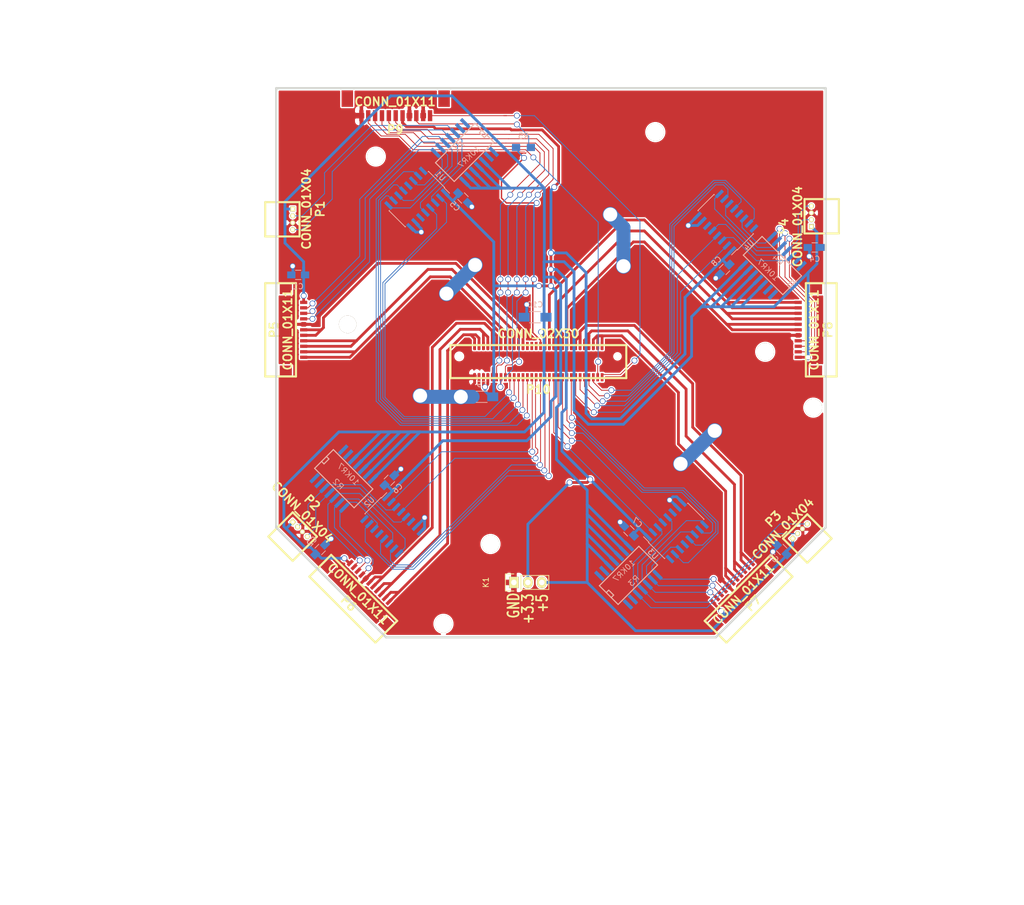
<source format=kicad_pcb>
(kicad_pcb (version 4) (host pcbnew 4.0.2-stable)
  (title_block (date "26 may 2013"))
  (layers (0 Front signal) (31 Back signal) (34 B.Paste user) (35 F.Paste user) (36 B.SilkS user) (37 F.SilkS user) (38 B.Mask user) (39 F.Mask user) (44 Edge.Cuts user))
  (net 0 "")
  (net 1 +5V)
  (net 2 /M0_PHASE0)
  (net 3 /M0_PHASE1)
  (net 4 /M0_PHASE2)
  (net 5 /M0_SENSOR0)
  (net 6 /M0_SENSOR1)
  (net 7 /M0_SENSOR2)
  (net 8 /M0_SENSOR3)
  (net 9 /M0_SENSOR4)
  (net 10 /M1_PHASE0)
  (net 11 /M1_PHASE1)
  (net 12 /M1_PHASE2)
  (net 13 /M1_SENSOR0)
  (net 14 /M1_SENSOR1)
  (net 15 /M1_SENSOR2)
  (net 16 /M1_SENSOR3)
  (net 17 /M1_SENSOR4)
  (net 18 /M2_PHASE0)
  (net 19 /M2_PHASE1)
  (net 20 /M2_PHASE2)
  (net 21 /M2_SENSOR0)
  (net 22 /M2_SENSOR1)
  (net 23 /M2_SENSOR2)
  (net 24 /M2_SENSOR3)
  (net 25 /M2_SENSOR4)
  (net 26 /M3_PHASE0)
  (net 27 /M3_PHASE1)
  (net 28 /M3_PHASE2)
  (net 29 /M3_SENSOR0)
  (net 30 /M3_SENSOR1)
  (net 31 /M3_SENSOR2)
  (net 32 /M3_SENSOR3)
  (net 33 /M3_SENSOR4)
  (net 34 GND)
  (net 35 +3V3)
  (net 36 "Net-(P1-Pad4)")
  (net 37 "Net-(P1-Pad2)")
  (net 38 "Net-(P2-Pad4)")
  (net 39 "Net-(P2-Pad2)")
  (net 40 "Net-(P3-Pad4)")
  (net 41 "Net-(P3-Pad2)")
  (net 42 "Net-(P4-Pad4)")
  (net 43 "Net-(P4-Pad2)")
  (net 44 "Net-(P5-Pad4)")
  (net 45 "Net-(P5-Pad3)")
  (net 46 "Net-(P5-Pad2)")
  (net 47 "Net-(P6-Pad4)")
  (net 48 "Net-(P6-Pad3)")
  (net 49 "Net-(P6-Pad2)")
  (net 50 "Net-(P7-Pad4)")
  (net 51 "Net-(P7-Pad3)")
  (net 52 "Net-(P7-Pad2)")
  (net 53 "Net-(P8-Pad4)")
  (net 54 "Net-(P8-Pad3)")
  (net 55 "Net-(P8-Pad2)")
  (net 56 "Net-(P10-Pad15)")
  (net 57 "Net-(P9-Pad3)")
  (net 58 "Net-(P10-Pad59)")
  (net 59 "Net-(P10-Pad13)")
  (net 60 "Net-(P10-Pad11)")
  (net 61 "Net-(P10-Pad9)")
  (net 62 "Net-(P10-Pad57)")
  (net 63 "Net-(P10-Pad26)")
  (net 64 "Net-(P10-Pad28)")
  (net 65 "Net-(P10-Pad30)")
  (net 66 "Net-(P10-Pad32)")
  (net 67 "Net-(U1-Pad6)")
  (net 68 "Net-(U2-Pad6)")
  (net 69 "Net-(U3-Pad6)")
  (net 70 "Net-(U4-Pad6)")
  (module Capacitors_SMD:C_0805_HandSoldering (layer Back) (at 65.00114 65.99936)
    (fp_text reference C1 (at 0 2.1) (layer B.SilkS) (effects (justify mirror)))
    (fp_text value 100nF)
    (pad 1 smd rect (at -1.25 0) (size 1.5 1.25) (layers Back B.Paste B.Mask) (net 34 GND))
    (pad 2 smd rect (at 1.25 0) (size 1.5 1.25) (layers Back B.Paste B.Mask) (net 1 +5V))
  )
  (module Capacitors_SMD:C_0805_HandSoldering (layer Back) (at 68.9991 115.99926 225)
    (fp_text reference C2 (at 0 2.1 225) (layer B.SilkS) (effects (justify mirror)))
    (fp_text value 100nF)
    (pad 1 smd rect (at -1.25 0 225) (size 1.5 1.25) (layers Back B.Paste B.Mask) (net 34 GND))
    (pad 2 smd rect (at 1.25 0 225) (size 1.5 1.25) (layers Back B.Paste B.Mask) (net 1 +5V))
  )
  (module Capacitors_SMD:C_0805_HandSoldering (layer Back) (at 152.99944 115.99926 315)
    (fp_text reference C3 (at 0 2.1 315) (layer B.SilkS) (effects (justify mirror)))
    (fp_text value 100nF)
    (pad 1 smd rect (at -1.25 0 315) (size 1.5 1.25) (layers Back B.Paste B.Mask) (net 34 GND))
    (pad 2 smd rect (at 1.25 0 315) (size 1.5 1.25) (layers Back B.Paste B.Mask) (net 1 +5V))
  )
  (module Capacitors_SMD:C_0805_HandSoldering (layer Back) (at 158.99892 61.00064)
    (fp_text reference C4 (at 0 2.1) (layer B.SilkS) (effects (justify mirror)))
    (fp_text value 100nF)
    (pad 1 smd rect (at -1.25 0) (size 1.5 1.25) (layers Back B.Paste B.Mask) (net 34 GND))
    (pad 2 smd rect (at 1.25 0) (size 1.5 1.25) (layers Back B.Paste B.Mask) (net 1 +5V))
  )
  (module Capacitors_SMD:C_0805_HandSoldering (layer Back) (at 95.00108 51.99888 315)
    (fp_text reference C5 (at 0 2.1 315) (layer B.SilkS) (effects (justify mirror)))
    (fp_text value 100nF)
    (pad 1 smd rect (at -1.25 0 315) (size 1.5 1.25) (layers Back B.Paste B.Mask) (net 35 +3V3))
    (pad 2 smd rect (at 1.25 0 315) (size 1.5 1.25) (layers Back B.Paste B.Mask) (net 34 GND))
  )
  (module Capacitors_SMD:C_0805_HandSoldering (layer Back) (at 81.60004 103.40086 45)
    (fp_text reference C6 (at 0 2.1 45) (layer B.SilkS) (effects (justify mirror)))
    (fp_text value 100nF)
    (pad 1 smd rect (at -1.25 0 45) (size 1.5 1.25) (layers Back B.Paste B.Mask) (net 35 +3V3))
    (pad 2 smd rect (at 1.25 0 45) (size 1.5 1.25) (layers Back B.Paste B.Mask) (net 34 GND))
  )
  (module Capacitors_SMD:C_0805_HandSoldering (layer Back) (at 125.19914 112.60074 135)
    (fp_text reference C7 (at 0 2.1 135) (layer B.SilkS) (effects (justify mirror)))
    (fp_text value 100nF)
    (pad 1 smd rect (at -1.25 0 135) (size 1.5 1.25) (layers Back B.Paste B.Mask) (net 35 +3V3))
    (pad 2 smd rect (at 1.25 0 135) (size 1.5 1.25) (layers Back B.Paste B.Mask) (net 34 GND))
  )
  (module Capacitors_SMD:C_0805_HandSoldering (layer Back) (at 142.60068 65.00114 225)
    (fp_text reference C8 (at 0 2.1 225) (layer B.SilkS) (effects (justify mirror)))
    (fp_text value 100nF)
    (pad 1 smd rect (at -1.25 0 225) (size 1.5 1.25) (layers Back B.Paste B.Mask) (net 35 +3V3))
    (pad 2 smd rect (at 1.25 0 225) (size 1.5 1.25) (layers Back B.Paste B.Mask) (net 34 GND))
  )
  (module Capacitors_SMD:C_1206_HandSoldering (layer Back) (at 98.3996 88.19896 180)
    (fp_text reference C9 (at 0 2.3 180) (layer B.SilkS) (effects (justify mirror)))
    (fp_text value 10uF)
    (pad 1 smd rect (at -2 0 180) (size 2 1.6) (layers Back B.Paste B.Mask) (net 35 +3V3))
    (pad 2 smd rect (at 2 0 180) (size 2 1.6) (layers Back B.Paste B.Mask) (net 34 GND))
  )
  (module Pin_Headers:Pin_Header_Straight_1x03 (layer Front) (at 104.25938 121.99874 90)
    (fp_text reference K1 (at 0 -5.1 90) (layer F.SilkS))
    (fp_text value CONN_01X03)
    (pad 1 thru_hole rect (at 0 0 90) (size 2.032 1.7272) (drill 1.016) (layers *.Cu *.Mask F.SilkS) (net 34 GND))
    (pad 2 thru_hole oval (at 0 2.54 90) (size 2.032 1.7272) (drill 1.016) (layers *.Cu *.Mask F.SilkS) (net 35 +3V3))
    (pad 3 thru_hole oval (at 0 5.08 90) (size 2.032 1.7272) (drill 1.016) (layers *.Cu *.Mask F.SilkS) (net 1 +5V))
  )
  (module thunderbots-modules:M3_MOUNT (layer Front) (at 129.99974 39.99992)
    (fp_text reference M1 hide)
    (fp_text value 5mm hide)
    (pad "" thru_hole circle (at 0 0) (size 3.175 3.175) (drill 3.175) (layers *.Cu *.Mask F.SilkS))
  )
  (module thunderbots-modules:M3_MOUNT (layer Front) (at 74.00036 75.00112)
    (fp_text reference M2 hide)
    (fp_text value 5mm hide)
    (pad "" thru_hole circle (at 0 0) (size 3.175 3.175) (drill 3.175) (layers *.Cu *.Mask F.SilkS))
  )
  (module thunderbots-modules:M3_MOUNT (layer Front) (at 149.9997 79.99984)
    (fp_text reference M3 hide)
    (fp_text value 5mm hide)
    (pad "" thru_hole circle (at 0 0) (size 3.175 3.175) (drill 3.175) (layers *.Cu *.Mask F.SilkS))
  )
  (module thunderbots-modules:M3_MOUNT (layer Front) (at 99.9998 115.00104)
    (fp_text reference M4 hide)
    (fp_text value 5mm hide)
    (pad "" thru_hole circle (at 0 0) (size 3.175 3.175) (drill 3.175) (layers *.Cu *.Mask F.SilkS))
  )
  (module thunderbots-modules:M3_MOUNT (layer Front) (at 79.121 44.45)
    (fp_text reference M5 hide)
    (fp_text value 5mm hide)
    (pad "" thru_hole circle (at 0 0) (size 3.175 3.175) (drill 3.175) (layers *.Cu *.Mask F.SilkS))
  )
  (module thunderbots-modules:M3_MOUNT (layer Front) (at 91.44 129.54)
    (fp_text reference M6 hide)
    (fp_text value 5mm hide)
    (pad "" thru_hole circle (at 0 0) (size 3.175 3.175) (drill 3.175) (layers *.Cu *.Mask F.SilkS))
  )
  (module thunderbots-modules:M3_MOUNT (layer Front) (at 158.75 90.17)
    (fp_text reference M7 hide)
    (fp_text value 5mm hide)
    (pad "" thru_hole circle (at 0 0) (size 3.175 3.175) (drill 3.175) (layers *.Cu *.Mask F.SilkS))
  )
  (module thunderbots-modules:53048-0410 (layer Front) (at 64.00038 54.0004 90)
    (fp_text reference P1 (at 0 5.00126 90) (layer F.SilkS) (effects (font (thickness 0.3048))))
    (fp_text value CONN_01X04 (at 0 2.49936 90) (layer F.SilkS) (effects (font (thickness 0.3048))))
    (pad 4 thru_hole circle (at -3.75158 0 90) (size 0.889 0.889) (drill 0.508) (layers *.Cu *.Mask F.SilkS) (net 36 "Net-(P1-Pad4)"))
    (pad 3 thru_hole circle (at -2.5019 0 90) (size 0.889 0.889) (drill 0.508) (layers *.Cu *.Mask F.SilkS) (net 34 GND))
    (pad 2 thru_hole circle (at -1.25222 0 90) (size 0.889 0.889) (drill 0.508) (layers *.Cu *.Mask F.SilkS) (net 37 "Net-(P1-Pad2)"))
    (pad 1 thru_hole rect (at -0.00254 0 90) (size 0.889 0.889) (drill 0.508) (layers *.Cu *.Mask F.SilkS) (net 1 +5V))
  )
  (module thunderbots-modules:53048-0410 (layer Front) (at 64.00038 111.00054 135)
    (fp_text reference P2 (at 0 5.00126 135) (layer F.SilkS) (effects (font (thickness 0.3048))))
    (fp_text value CONN_01X04 (at 0 2.49936 135) (layer F.SilkS) (effects (font (thickness 0.3048))))
    (pad 4 thru_hole circle (at -3.75158 0 135) (size 0.889 0.889) (drill 0.508) (layers *.Cu *.Mask F.SilkS) (net 38 "Net-(P2-Pad4)"))
    (pad 3 thru_hole circle (at -2.5019 0 135) (size 0.889 0.889) (drill 0.508) (layers *.Cu *.Mask F.SilkS) (net 34 GND))
    (pad 2 thru_hole circle (at -1.25222 0 135) (size 0.889 0.889) (drill 0.508) (layers *.Cu *.Mask F.SilkS) (net 39 "Net-(P2-Pad2)"))
    (pad 1 thru_hole rect (at -0.00254 0 135) (size 0.889 0.889) (drill 0.508) (layers *.Cu *.Mask F.SilkS) (net 1 +5V))
  )
  (module thunderbots-modules:53048-0410 (layer Front) (at 155.00096 114.00028 225)
    (fp_text reference P3 (at 0 5.00126 225) (layer F.SilkS) (effects (font (thickness 0.3048))))
    (fp_text value CONN_01X04 (at 0 2.49936 225) (layer F.SilkS) (effects (font (thickness 0.3048))))
    (pad 4 thru_hole circle (at -3.75158 0 225) (size 0.889 0.889) (drill 0.508) (layers *.Cu *.Mask F.SilkS) (net 40 "Net-(P3-Pad4)"))
    (pad 3 thru_hole circle (at -2.5019 0 225) (size 0.889 0.889) (drill 0.508) (layers *.Cu *.Mask F.SilkS) (net 34 GND))
    (pad 2 thru_hole circle (at -1.25222 0 225) (size 0.889 0.889) (drill 0.508) (layers *.Cu *.Mask F.SilkS) (net 41 "Net-(P3-Pad2)"))
    (pad 1 thru_hole rect (at -0.00254 0 225) (size 0.889 0.889) (drill 0.508) (layers *.Cu *.Mask F.SilkS) (net 1 +5V))
  )
  (module thunderbots-modules:53048-0410 (layer Front) (at 158.39948 57.2008 270)
    (fp_text reference P4 (at 0 5.00126 270) (layer F.SilkS) (effects (font (thickness 0.3048))))
    (fp_text value CONN_01X04 (at 0 2.49936 270) (layer F.SilkS) (effects (font (thickness 0.3048))))
    (pad 4 thru_hole circle (at -3.75158 0 270) (size 0.889 0.889) (drill 0.508) (layers *.Cu *.Mask F.SilkS) (net 42 "Net-(P4-Pad4)"))
    (pad 3 thru_hole circle (at -2.5019 0 270) (size 0.889 0.889) (drill 0.508) (layers *.Cu *.Mask F.SilkS) (net 34 GND))
    (pad 2 thru_hole circle (at -1.25222 0 270) (size 0.889 0.889) (drill 0.508) (layers *.Cu *.Mask F.SilkS) (net 43 "Net-(P4-Pad2)"))
    (pad 1 thru_hole rect (at -0.00254 0 270) (size 0.889 0.889) (drill 0.508) (layers *.Cu *.Mask F.SilkS) (net 1 +5V))
  )
  (module thunderbots-modules:FH12-11S-1SH (layer Front) (at 65.99936 75.99934 90)
    (fp_text reference P5 (at 0 -5.40004 90) (layer F.SilkS) (effects (font (thickness 0.3048))))
    (fp_text value CONN_01X11 (at 0 -2.90068 90) (layer F.SilkS) (effects (font (thickness 0.3048))))
    (pad 11 smd rect (at -5.00126 0 90) (size 0.59944 1.30048) (layers Front F.Paste F.Mask) (net 2 /M0_PHASE0))
    (pad 10 smd rect (at -4.0005 0 90) (size 0.59944 1.30048) (layers Front F.Paste F.Mask) (net 2 /M0_PHASE0))
    (pad 9 smd rect (at -2.99974 0 90) (size 0.59944 1.30048) (layers Front F.Paste F.Mask) (net 3 /M0_PHASE1))
    (pad 8 smd rect (at -1.99898 0 90) (size 0.59944 1.30048) (layers Front F.Paste F.Mask) (net 3 /M0_PHASE1))
    (pad 7 smd rect (at -1.00076 0 90) (size 0.59944 1.30048) (layers Front F.Paste F.Mask) (net 4 /M0_PHASE2))
    (pad 6 smd rect (at 0 0 90) (size 0.59944 1.30048) (layers Front F.Paste F.Mask) (net 4 /M0_PHASE2))
    (pad 5 smd rect (at 1.00076 0 90) (size 0.59944 1.30048) (layers Front F.Paste F.Mask) (net 34 GND))
    (pad 4 smd rect (at 1.99898 0 90) (size 0.59944 1.30048) (layers Front F.Paste F.Mask) (net 44 "Net-(P5-Pad4)"))
    (pad 3 smd rect (at 2.99974 0 90) (size 0.59944 1.30048) (layers Front F.Paste F.Mask) (net 45 "Net-(P5-Pad3)"))
    (pad 2 smd rect (at 4.0005 0 90) (size 0.59944 1.30048) (layers Front F.Paste F.Mask) (net 46 "Net-(P5-Pad2)"))
    (pad 1 smd rect (at 5.00126 0 90) (size 0.59944 1.30048) (layers Front F.Paste F.Mask) (net 1 +5V))
    (pad "" smd rect (at -7.39902 -3.2512 90) (size 1.80086 2.19964) (layers Front F.Paste F.Mask))
    (pad "" smd rect (at 7.39902 -3.2512 90) (size 1.80086 2.19964) (layers Front F.Paste F.Mask))
  )
  (module thunderbots-modules:FH12-11S-1SH (layer Front) (at 78.00086 121.99874 135)
    (fp_text reference P6 (at 0 -5.40004 135) (layer F.SilkS) (effects (font (thickness 0.3048))))
    (fp_text value CONN_01X11 (at 0 -2.90068 135) (layer F.SilkS) (effects (font (thickness 0.3048))))
    (pad 11 smd rect (at -5.00126 0 135) (size 0.59944 1.30048) (layers Front F.Paste F.Mask) (net 10 /M1_PHASE0))
    (pad 10 smd rect (at -4.0005 0 135) (size 0.59944 1.30048) (layers Front F.Paste F.Mask) (net 10 /M1_PHASE0))
    (pad 9 smd rect (at -2.99974 0 135) (size 0.59944 1.30048) (layers Front F.Paste F.Mask) (net 11 /M1_PHASE1))
    (pad 8 smd rect (at -1.99898 0 135) (size 0.59944 1.30048) (layers Front F.Paste F.Mask) (net 11 /M1_PHASE1))
    (pad 7 smd rect (at -1.00076 0 135) (size 0.59944 1.30048) (layers Front F.Paste F.Mask) (net 12 /M1_PHASE2))
    (pad 6 smd rect (at 0 0 135) (size 0.59944 1.30048) (layers Front F.Paste F.Mask) (net 12 /M1_PHASE2))
    (pad 5 smd rect (at 1.00076 0 135) (size 0.59944 1.30048) (layers Front F.Paste F.Mask) (net 34 GND))
    (pad 4 smd rect (at 1.99898 0 135) (size 0.59944 1.30048) (layers Front F.Paste F.Mask) (net 47 "Net-(P6-Pad4)"))
    (pad 3 smd rect (at 2.99974 0 135) (size 0.59944 1.30048) (layers Front F.Paste F.Mask) (net 48 "Net-(P6-Pad3)"))
    (pad 2 smd rect (at 4.0005 0 135) (size 0.59944 1.30048) (layers Front F.Paste F.Mask) (net 49 "Net-(P6-Pad2)"))
    (pad 1 smd rect (at 5.00126 0 135) (size 0.59944 1.30048) (layers Front F.Paste F.Mask) (net 1 +5V))
    (pad "" smd rect (at -7.39902 -3.2512 135) (size 1.80086 2.19964) (layers Front F.Paste F.Mask))
    (pad "" smd rect (at 7.39902 -3.2512 135) (size 1.80086 2.19964) (layers Front F.Paste F.Mask))
  )
  (module thunderbots-modules:FH12-11S-1SH (layer Front) (at 144.00022 121.99874 225)
    (fp_text reference P7 (at 0 -5.40004 225) (layer F.SilkS) (effects (font (thickness 0.3048))))
    (fp_text value CONN_01X11 (at 0 -2.90068 225) (layer F.SilkS) (effects (font (thickness 0.3048))))
    (pad 11 smd rect (at -5.00126 0 225) (size 0.59944 1.30048) (layers Front F.Paste F.Mask) (net 18 /M2_PHASE0))
    (pad 10 smd rect (at -4.0005 0 225) (size 0.59944 1.30048) (layers Front F.Paste F.Mask) (net 18 /M2_PHASE0))
    (pad 9 smd rect (at -2.99974 0 225) (size 0.59944 1.30048) (layers Front F.Paste F.Mask) (net 19 /M2_PHASE1))
    (pad 8 smd rect (at -1.99898 0 225) (size 0.59944 1.30048) (layers Front F.Paste F.Mask) (net 19 /M2_PHASE1))
    (pad 7 smd rect (at -1.00076 0 225) (size 0.59944 1.30048) (layers Front F.Paste F.Mask) (net 20 /M2_PHASE2))
    (pad 6 smd rect (at 0 0 225) (size 0.59944 1.30048) (layers Front F.Paste F.Mask) (net 20 /M2_PHASE2))
    (pad 5 smd rect (at 1.00076 0 225) (size 0.59944 1.30048) (layers Front F.Paste F.Mask) (net 34 GND))
    (pad 4 smd rect (at 1.99898 0 225) (size 0.59944 1.30048) (layers Front F.Paste F.Mask) (net 50 "Net-(P7-Pad4)"))
    (pad 3 smd rect (at 2.99974 0 225) (size 0.59944 1.30048) (layers Front F.Paste F.Mask) (net 51 "Net-(P7-Pad3)"))
    (pad 2 smd rect (at 4.0005 0 225) (size 0.59944 1.30048) (layers Front F.Paste F.Mask) (net 52 "Net-(P7-Pad2)"))
    (pad 1 smd rect (at 5.00126 0 225) (size 0.59944 1.30048) (layers Front F.Paste F.Mask) (net 1 +5V))
    (pad "" smd rect (at -7.39902 -3.2512 225) (size 1.80086 2.19964) (layers Front F.Paste F.Mask))
    (pad "" smd rect (at 7.39902 -3.2512 225) (size 1.80086 2.19964) (layers Front F.Paste F.Mask))
  )
  (module thunderbots-modules:FH12-11S-1SH (layer Front) (at 155.99918 75.99934 270)
    (fp_text reference P8 (at 0 -5.40004 270) (layer F.SilkS) (effects (font (thickness 0.3048))))
    (fp_text value CONN_01X11 (at 0 -2.90068 270) (layer F.SilkS) (effects (font (thickness 0.3048))))
    (pad 11 smd rect (at -5.00126 0 270) (size 0.59944 1.30048) (layers Front F.Paste F.Mask) (net 26 /M3_PHASE0))
    (pad 10 smd rect (at -4.0005 0 270) (size 0.59944 1.30048) (layers Front F.Paste F.Mask) (net 26 /M3_PHASE0))
    (pad 9 smd rect (at -2.99974 0 270) (size 0.59944 1.30048) (layers Front F.Paste F.Mask) (net 27 /M3_PHASE1))
    (pad 8 smd rect (at -1.99898 0 270) (size 0.59944 1.30048) (layers Front F.Paste F.Mask) (net 27 /M3_PHASE1))
    (pad 7 smd rect (at -1.00076 0 270) (size 0.59944 1.30048) (layers Front F.Paste F.Mask) (net 28 /M3_PHASE2))
    (pad 6 smd rect (at 0 0 270) (size 0.59944 1.30048) (layers Front F.Paste F.Mask) (net 28 /M3_PHASE2))
    (pad 5 smd rect (at 1.00076 0 270) (size 0.59944 1.30048) (layers Front F.Paste F.Mask) (net 34 GND))
    (pad 4 smd rect (at 1.99898 0 270) (size 0.59944 1.30048) (layers Front F.Paste F.Mask) (net 53 "Net-(P8-Pad4)"))
    (pad 3 smd rect (at 2.99974 0 270) (size 0.59944 1.30048) (layers Front F.Paste F.Mask) (net 54 "Net-(P8-Pad3)"))
    (pad 2 smd rect (at 4.0005 0 270) (size 0.59944 1.30048) (layers Front F.Paste F.Mask) (net 55 "Net-(P8-Pad2)"))
    (pad 1 smd rect (at 5.00126 0 270) (size 0.59944 1.30048) (layers Front F.Paste F.Mask) (net 1 +5V))
    (pad "" smd rect (at -7.39902 -3.2512 270) (size 1.80086 2.19964) (layers Front F.Paste F.Mask))
    (pad "" smd rect (at 7.39902 -3.2512 270) (size 1.80086 2.19964) (layers Front F.Paste F.Mask))
  )
  (module thunderbots-modules:WM7629CT-ND (layer Front) (at 88.99906 37.00018 180)
    (fp_text reference P9 (at 6.35 -2.54 180) (layer F.SilkS) (effects (font (thickness 0.3048))))
    (fp_text value CONN_01X11 (at 6.35 2.54 180) (layer F.SilkS) (effects (font (thickness 0.3048))))
    (pad 6 smd rect (at 6.25094 0 180) (size 0.8001 1.99898) (layers Front F.Paste F.Mask) (net 56 "Net-(P10-Pad15)"))
    (pad 5 smd rect (at 5.00126 0 180) (size 0.8001 1.99898) (layers Front F.Paste F.Mask) (net 35 +3V3))
    (pad 4 smd rect (at 3.75158 0 180) (size 0.8001 1.99898) (layers Front F.Paste F.Mask) (net 34 GND))
    (pad 3 smd rect (at 2.5019 0 180) (size 0.8001 1.99898) (layers Front F.Paste F.Mask) (net 57 "Net-(P9-Pad3)"))
    (pad 2 smd rect (at 1.24968 0 180) (size 0.8001 1.99898) (layers Front F.Paste F.Mask) (net 34 GND))
    (pad 1 smd rect (at 0 0 180) (size 0.8001 1.99898) (layers Front F.Paste F.Mask) (net 58 "Net-(P10-Pad59)"))
    (pad "" smd rect (at 15.0495 3.10134 180) (size 2.10058 2.99974) (layers Front F.Paste F.Mask))
    (pad "" smd rect (at -2.55016 3.0988 180) (size 2.10058 2.99974) (layers Front F.Paste F.Mask))
    (pad 7 smd rect (at 7.50062 0 180) (size 0.8001 1.99898) (layers Front F.Paste F.Mask) (net 59 "Net-(P10-Pad13)"))
    (pad 8 smd rect (at 8.7503 0 180) (size 0.8001 1.99898) (layers Front F.Paste F.Mask) (net 60 "Net-(P10-Pad11)"))
    (pad 9 smd rect (at 9.99998 0 180) (size 0.8001 1.99898) (layers Front F.Paste F.Mask) (net 61 "Net-(P10-Pad9)"))
    (pad 10 smd rect (at 11.24966 0 180) (size 0.8001 1.99898) (layers Front F.Paste F.Mask) (net 62 "Net-(P10-Pad57)"))
    (pad 11 smd rect (at 12.49934 0 180) (size 0.8001 1.99898) (layers Front F.Paste F.Mask) (net 34 GND))
  )
  (module thunderbots-modules:FX6-60P-0.8SV (layer Front) (at 108.712 81.788 180)
    (fp_text reference P10 (at 0 -5.08 180) (layer F.SilkS) (effects (font (thickness 0.3048))))
    (fp_text value CONN_02X30 (at 0 5.08 180) (layer F.SilkS) (effects (font (thickness 0.3048))))
    (pad 1 smd rect (at 11.60018 -2.84988 180) (size 0.50038 1.4986) (layers Front F.Paste F.Mask) (net 34 GND))
    (pad "" np_thru_hole circle (at 14.39926 0.94996 180) (size 1.30556 1.30556) (drill 1.30556) (layers *.Cu *.Mask F.SilkS))
    (pad "" np_thru_hole circle (at -14.39926 0.94996 180) (size 1.04902 1.04902) (drill 1.04902) (layers *.Cu *.Mask F.SilkS))
    (pad 2 smd rect (at 11.60018 2.84988) (size 0.50038 1.4986) (layers Front F.Paste F.Mask) (net 10 /M1_PHASE0))
    (pad 3 smd rect (at 10.80008 -2.84988 180) (size 0.50038 1.4986) (layers Front F.Paste F.Mask) (net 34 GND))
    (pad 4 smd rect (at 10.80008 2.84988) (size 0.50038 1.4986) (layers Front F.Paste F.Mask) (net 10 /M1_PHASE0))
    (pad 5 smd rect (at 9.99998 -2.84988 180) (size 0.50038 1.4986) (layers Front F.Paste F.Mask) (net 35 +3V3))
    (pad 6 smd rect (at 9.99998 2.84988) (size 0.50038 1.4986) (layers Front F.Paste F.Mask) (net 11 /M1_PHASE1))
    (pad 7 smd rect (at 9.19988 -2.84988 180) (size 0.50038 1.4986) (layers Front F.Paste F.Mask) (net 35 +3V3))
    (pad 8 smd rect (at 9.19988 2.84988) (size 0.50038 1.4986) (layers Front F.Paste F.Mask) (net 11 /M1_PHASE1))
    (pad 9 smd rect (at 8.39978 -2.84988 180) (size 0.50038 1.4986) (layers Front F.Paste F.Mask) (net 61 "Net-(P10-Pad9)"))
    (pad 10 smd rect (at 8.39978 2.84988) (size 0.50038 1.4986) (layers Front F.Paste F.Mask) (net 12 /M1_PHASE2))
    (pad 11 smd rect (at 7.59968 -2.84988 180) (size 0.50038 1.4986) (layers Front F.Paste F.Mask) (net 60 "Net-(P10-Pad11)"))
    (pad 12 smd rect (at 7.59968 2.84988) (size 0.50038 1.4986) (layers Front F.Paste F.Mask) (net 12 /M1_PHASE2))
    (pad 13 smd rect (at 6.79958 -2.84988 180) (size 0.50038 1.4986) (layers Front F.Paste F.Mask) (net 59 "Net-(P10-Pad13)"))
    (pad 14 smd rect (at 6.79958 2.84988) (size 0.50038 1.4986) (layers Front F.Paste F.Mask) (net 2 /M0_PHASE0))
    (pad 15 smd rect (at 5.99948 -2.84988 180) (size 0.50038 1.4986) (layers Front F.Paste F.Mask) (net 56 "Net-(P10-Pad15)"))
    (pad 16 smd rect (at 5.99948 2.84988) (size 0.50038 1.4986) (layers Front F.Paste F.Mask) (net 2 /M0_PHASE0))
    (pad 17 smd rect (at 5.19938 -2.84988 180) (size 0.50038 1.4986) (layers Front F.Paste F.Mask) (net 8 /M0_SENSOR3))
    (pad 18 smd rect (at 5.19938 2.84988) (size 0.50038 1.4986) (layers Front F.Paste F.Mask) (net 3 /M0_PHASE1))
    (pad 19 smd rect (at 4.39928 -2.84988 180) (size 0.50038 1.4986) (layers Front F.Paste F.Mask) (net 9 /M0_SENSOR4))
    (pad 20 smd rect (at 4.39928 2.84988) (size 0.50038 1.4986) (layers Front F.Paste F.Mask) (net 3 /M0_PHASE1))
    (pad 21 smd rect (at 3.59918 -2.84988 180) (size 0.50038 1.4986) (layers Front F.Paste F.Mask) (net 7 /M0_SENSOR2))
    (pad 22 smd rect (at 3.59918 2.84988) (size 0.50038 1.4986) (layers Front F.Paste F.Mask) (net 4 /M0_PHASE2))
    (pad 23 smd rect (at 2.79908 -2.84988 180) (size 0.50038 1.4986) (layers Front F.Paste F.Mask) (net 5 /M0_SENSOR0))
    (pad 24 smd rect (at 2.79908 2.84988) (size 0.50038 1.4986) (layers Front F.Paste F.Mask) (net 4 /M0_PHASE2))
    (pad 25 smd rect (at 1.99898 -2.84988 180) (size 0.50038 1.4986) (layers Front F.Paste F.Mask) (net 6 /M0_SENSOR1))
    (pad 26 smd rect (at 1.99898 2.84988) (size 0.50038 1.4986) (layers Front F.Paste F.Mask) (net 63 "Net-(P10-Pad26)"))
    (pad 27 smd rect (at 1.19888 -2.84988 180) (size 0.50038 1.4986) (layers Front F.Paste F.Mask) (net 16 /M1_SENSOR3))
    (pad 28 smd rect (at 1.19888 2.84988) (size 0.50038 1.4986) (layers Front F.Paste F.Mask) (net 64 "Net-(P10-Pad28)"))
    (pad 29 smd rect (at 0.39878 -2.84988 180) (size 0.50038 1.4986) (layers Front F.Paste F.Mask) (net 17 /M1_SENSOR4))
    (pad 30 smd rect (at 0.39878 2.84988) (size 0.50038 1.4986) (layers Front F.Paste F.Mask) (net 65 "Net-(P10-Pad30)"))
    (pad 31 smd rect (at -0.39878 -2.84988 180) (size 0.50038 1.4986) (layers Front F.Paste F.Mask) (net 15 /M1_SENSOR2))
    (pad 32 smd rect (at -0.39878 2.84988) (size 0.50038 1.4986) (layers Front F.Paste F.Mask) (net 66 "Net-(P10-Pad32)"))
    (pad 33 smd rect (at -1.19888 -2.84988 180) (size 0.50038 1.4986) (layers Front F.Paste F.Mask) (net 13 /M1_SENSOR0))
    (pad 34 smd rect (at -1.19888 2.84988) (size 0.50038 1.4986) (layers Front F.Paste F.Mask) (net 1 +5V))
    (pad 35 smd rect (at -1.99898 -2.84988 180) (size 0.50038 1.4986) (layers Front F.Paste F.Mask) (net 14 /M1_SENSOR1))
    (pad 36 smd rect (at -1.99898 2.84988) (size 0.50038 1.4986) (layers Front F.Paste F.Mask) (net 26 /M3_PHASE0))
    (pad 37 smd rect (at -2.79908 -2.84988 180) (size 0.50038 1.4986) (layers Front F.Paste F.Mask) (net 24 /M2_SENSOR3))
    (pad 38 smd rect (at -2.79908 2.84988) (size 0.50038 1.4986) (layers Front F.Paste F.Mask) (net 26 /M3_PHASE0))
    (pad 39 smd rect (at -3.59918 -2.84988 180) (size 0.50038 1.4986) (layers Front F.Paste F.Mask) (net 25 /M2_SENSOR4))
    (pad 40 smd rect (at -3.59918 2.84988) (size 0.50038 1.4986) (layers Front F.Paste F.Mask) (net 27 /M3_PHASE1))
    (pad 41 smd rect (at -4.39928 -2.84988 180) (size 0.50038 1.4986) (layers Front F.Paste F.Mask) (net 23 /M2_SENSOR2))
    (pad 42 smd rect (at -4.39928 2.84988) (size 0.50038 1.4986) (layers Front F.Paste F.Mask) (net 27 /M3_PHASE1))
    (pad 43 smd rect (at -5.19938 -2.84988 180) (size 0.50038 1.4986) (layers Front F.Paste F.Mask) (net 21 /M2_SENSOR0))
    (pad 44 smd rect (at -5.19938 2.84988) (size 0.50038 1.4986) (layers Front F.Paste F.Mask) (net 28 /M3_PHASE2))
    (pad 45 smd rect (at -5.99948 -2.84988 180) (size 0.50038 1.4986) (layers Front F.Paste F.Mask) (net 22 /M2_SENSOR1))
    (pad 46 smd rect (at -5.99948 2.84988) (size 0.50038 1.4986) (layers Front F.Paste F.Mask) (net 28 /M3_PHASE2))
    (pad 47 smd rect (at -6.79958 -2.84988 180) (size 0.50038 1.4986) (layers Front F.Paste F.Mask) (net 32 /M3_SENSOR3))
    (pad 48 smd rect (at -6.79958 2.84988) (size 0.50038 1.4986) (layers Front F.Paste F.Mask) (net 18 /M2_PHASE0))
    (pad 49 smd rect (at -7.59968 -2.84988 180) (size 0.50038 1.4986) (layers Front F.Paste F.Mask) (net 33 /M3_SENSOR4))
    (pad 50 smd rect (at -7.59968 2.84988) (size 0.50038 1.4986) (layers Front F.Paste F.Mask) (net 18 /M2_PHASE0))
    (pad 51 smd rect (at -8.39978 -2.84988 180) (size 0.50038 1.4986) (layers Front F.Paste F.Mask) (net 31 /M3_SENSOR2))
    (pad 52 smd rect (at -8.39978 2.84988) (size 0.50038 1.4986) (layers Front F.Paste F.Mask) (net 19 /M2_PHASE1))
    (pad 53 smd rect (at -9.19988 -2.84988 180) (size 0.50038 1.4986) (layers Front F.Paste F.Mask) (net 29 /M3_SENSOR0))
    (pad 54 smd rect (at -9.19988 2.84988) (size 0.50038 1.4986) (layers Front F.Paste F.Mask) (net 19 /M2_PHASE1))
    (pad 55 smd rect (at -9.99998 -2.84988 180) (size 0.50038 1.4986) (layers Front F.Paste F.Mask) (net 30 /M3_SENSOR1))
    (pad 56 smd rect (at -9.99998 2.84988) (size 0.50038 1.4986) (layers Front F.Paste F.Mask) (net 20 /M2_PHASE2))
    (pad 57 smd rect (at -10.80008 -2.84988 180) (size 0.50038 1.4986) (layers Front F.Paste F.Mask) (net 62 "Net-(P10-Pad57)"))
    (pad 58 smd rect (at -10.80008 2.84988) (size 0.50038 1.4986) (layers Front F.Paste F.Mask) (net 20 /M2_PHASE2))
    (pad 59 smd rect (at -11.60018 -2.84988 180) (size 0.50038 1.4986) (layers Front F.Paste F.Mask) (net 58 "Net-(P10-Pad59)"))
    (pad 60 smd rect (at -11.60018 2.84988) (size 0.50038 1.4986) (layers Front F.Paste F.Mask) (net 20 /M2_PHASE2))
  )
  (module thunderbots-modules:SO14HUGE (layer Back) (at 95.1992 43.5991 225)
    (fp_text reference R1 (at 0 1.27 225) (layer B.SilkS) (effects (font (size 1.016 1.143) (thickness 0.127)) (justify mirror)))
    (fp_text value 10KR7 (at 0 -1.27 225) (layer B.SilkS) (effects (font (size 1.016 1.016) (thickness 0.127)) (justify mirror)))
    (pad 1 smd rect (at -3.81 -3.80238 225) (size 0.64008 2.14376) (layers Back B.Paste B.Mask))
    (pad 2 smd rect (at -2.54 -3.80238 225) (size 0.64008 2.14376) (layers Back B.Paste B.Mask))
    (pad 3 smd rect (at -1.27 -3.80238 225) (size 0.64008 2.14376) (layers Back B.Paste B.Mask) (net 1 +5V))
    (pad 4 smd rect (at 0 -3.80238 225) (size 0.64008 2.14376) (layers Back B.Paste B.Mask) (net 1 +5V))
    (pad 5 smd rect (at 1.27 -3.80238 225) (size 0.64008 2.14376) (layers Back B.Paste B.Mask) (net 1 +5V))
    (pad 6 smd rect (at 2.54 -3.80238 225) (size 0.64008 2.14376) (layers Back B.Paste B.Mask) (net 1 +5V))
    (pad 7 smd rect (at 3.81 -3.80238 225) (size 0.64008 2.14376) (layers Back B.Paste B.Mask) (net 1 +5V))
    (pad 8 smd rect (at 3.81 3.54838 225) (size 0.64008 2.14376) (layers Back B.Paste B.Mask) (net 44 "Net-(P5-Pad4)"))
    (pad 9 smd rect (at 2.54 3.54838 225) (size 0.64008 2.14376) (layers Back B.Paste B.Mask) (net 45 "Net-(P5-Pad3)"))
    (pad 11 smd rect (at 0 3.54838 225) (size 0.64008 2.14376) (layers Back B.Paste B.Mask) (net 36 "Net-(P1-Pad4)"))
    (pad 12 smd rect (at -1.27 3.54838 225) (size 0.64008 2.14376) (layers Back B.Paste B.Mask) (net 37 "Net-(P1-Pad2)"))
    (pad 13 smd rect (at -2.54 3.54838 225) (size 0.64008 2.14376) (layers Back B.Paste B.Mask))
    (pad 14 smd rect (at -3.81 3.54838 225) (size 0.64008 2.14376) (layers Back B.Paste B.Mask))
    (pad 10 smd rect (at 1.27 3.54838 225) (size 0.64008 2.14376) (layers Back B.Paste B.Mask) (net 46 "Net-(P5-Pad2)"))
  )
  (module thunderbots-modules:SO14HUGE (layer Back) (at 73.20026 103.2002 315)
    (fp_text reference R2 (at 0 1.27 315) (layer B.SilkS) (effects (font (size 1.016 1.143) (thickness 0.127)) (justify mirror)))
    (fp_text value 10KR7 (at 0 -1.27 315) (layer B.SilkS) (effects (font (size 1.016 1.016) (thickness 0.127)) (justify mirror)))
    (pad 1 smd rect (at -3.81 -3.80238 315) (size 0.64008 2.14376) (layers Back B.Paste B.Mask))
    (pad 2 smd rect (at -2.54 -3.80238 315) (size 0.64008 2.14376) (layers Back B.Paste B.Mask))
    (pad 3 smd rect (at -1.27 -3.80238 315) (size 0.64008 2.14376) (layers Back B.Paste B.Mask) (net 1 +5V))
    (pad 4 smd rect (at 0 -3.80238 315) (size 0.64008 2.14376) (layers Back B.Paste B.Mask) (net 1 +5V))
    (pad 5 smd rect (at 1.27 -3.80238 315) (size 0.64008 2.14376) (layers Back B.Paste B.Mask) (net 1 +5V))
    (pad 6 smd rect (at 2.54 -3.80238 315) (size 0.64008 2.14376) (layers Back B.Paste B.Mask) (net 1 +5V))
    (pad 7 smd rect (at 3.81 -3.80238 315) (size 0.64008 2.14376) (layers Back B.Paste B.Mask) (net 1 +5V))
    (pad 8 smd rect (at 3.81 3.54838 315) (size 0.64008 2.14376) (layers Back B.Paste B.Mask) (net 47 "Net-(P6-Pad4)"))
    (pad 9 smd rect (at 2.54 3.54838 315) (size 0.64008 2.14376) (layers Back B.Paste B.Mask) (net 48 "Net-(P6-Pad3)"))
    (pad 11 smd rect (at 0 3.54838 315) (size 0.64008 2.14376) (layers Back B.Paste B.Mask) (net 38 "Net-(P2-Pad4)"))
    (pad 12 smd rect (at -1.27 3.54838 315) (size 0.64008 2.14376) (layers Back B.Paste B.Mask) (net 39 "Net-(P2-Pad2)"))
    (pad 13 smd rect (at -2.54 3.54838 315) (size 0.64008 2.14376) (layers Back B.Paste B.Mask))
    (pad 14 smd rect (at -3.81 3.54838 315) (size 0.64008 2.14376) (layers Back B.Paste B.Mask))
    (pad 10 smd rect (at 1.27 3.54838 315) (size 0.64008 2.14376) (layers Back B.Paste B.Mask) (net 49 "Net-(P6-Pad2)"))
  )
  (module thunderbots-modules:SO14HUGE (layer Back) (at 125.19914 120.79986 45)
    (fp_text reference R3 (at 0 1.27 45) (layer B.SilkS) (effects (font (size 1.016 1.143) (thickness 0.127)) (justify mirror)))
    (fp_text value 10KR7 (at 0 -1.27 45) (layer B.SilkS) (effects (font (size 1.016 1.016) (thickness 0.127)) (justify mirror)))
    (pad 1 smd rect (at -3.81 -3.80238 45) (size 0.64008 2.14376) (layers Back B.Paste B.Mask))
    (pad 2 smd rect (at -2.54 -3.80238 45) (size 0.64008 2.14376) (layers Back B.Paste B.Mask))
    (pad 3 smd rect (at -1.27 -3.80238 45) (size 0.64008 2.14376) (layers Back B.Paste B.Mask) (net 1 +5V))
    (pad 4 smd rect (at 0 -3.80238 45) (size 0.64008 2.14376) (layers Back B.Paste B.Mask) (net 1 +5V))
    (pad 5 smd rect (at 1.27 -3.80238 45) (size 0.64008 2.14376) (layers Back B.Paste B.Mask) (net 1 +5V))
    (pad 6 smd rect (at 2.54 -3.80238 45) (size 0.64008 2.14376) (layers Back B.Paste B.Mask) (net 1 +5V))
    (pad 7 smd rect (at 3.81 -3.80238 45) (size 0.64008 2.14376) (layers Back B.Paste B.Mask) (net 1 +5V))
    (pad 8 smd rect (at 3.81 3.54838 45) (size 0.64008 2.14376) (layers Back B.Paste B.Mask) (net 50 "Net-(P7-Pad4)"))
    (pad 9 smd rect (at 2.54 3.54838 45) (size 0.64008 2.14376) (layers Back B.Paste B.Mask) (net 51 "Net-(P7-Pad3)"))
    (pad 11 smd rect (at 0 3.54838 45) (size 0.64008 2.14376) (layers Back B.Paste B.Mask) (net 40 "Net-(P3-Pad4)"))
    (pad 12 smd rect (at -1.27 3.54838 45) (size 0.64008 2.14376) (layers Back B.Paste B.Mask) (net 41 "Net-(P3-Pad2)"))
    (pad 13 smd rect (at -2.54 3.54838 45) (size 0.64008 2.14376) (layers Back B.Paste B.Mask))
    (pad 14 smd rect (at -3.81 3.54838 45) (size 0.64008 2.14376) (layers Back B.Paste B.Mask))
    (pad 10 smd rect (at 1.27 3.54838 45) (size 0.64008 2.14376) (layers Back B.Paste B.Mask) (net 52 "Net-(P7-Pad2)"))
  )
  (module thunderbots-modules:SO14HUGE (layer Back) (at 151.39924 64.20104 135)
    (fp_text reference R4 (at 0 1.27 135) (layer B.SilkS) (effects (font (size 1.016 1.143) (thickness 0.127)) (justify mirror)))
    (fp_text value 10KR7 (at 0 -1.27 135) (layer B.SilkS) (effects (font (size 1.016 1.016) (thickness 0.127)) (justify mirror)))
    (pad 1 smd rect (at -3.81 -3.80238 135) (size 0.64008 2.14376) (layers Back B.Paste B.Mask))
    (pad 2 smd rect (at -2.54 -3.80238 135) (size 0.64008 2.14376) (layers Back B.Paste B.Mask))
    (pad 3 smd rect (at -1.27 -3.80238 135) (size 0.64008 2.14376) (layers Back B.Paste B.Mask) (net 1 +5V))
    (pad 4 smd rect (at 0 -3.80238 135) (size 0.64008 2.14376) (layers Back B.Paste B.Mask) (net 1 +5V))
    (pad 5 smd rect (at 1.27 -3.80238 135) (size 0.64008 2.14376) (layers Back B.Paste B.Mask) (net 1 +5V))
    (pad 6 smd rect (at 2.54 -3.80238 135) (size 0.64008 2.14376) (layers Back B.Paste B.Mask) (net 1 +5V))
    (pad 7 smd rect (at 3.81 -3.80238 135) (size 0.64008 2.14376) (layers Back B.Paste B.Mask) (net 1 +5V))
    (pad 8 smd rect (at 3.81 3.54838 135) (size 0.64008 2.14376) (layers Back B.Paste B.Mask) (net 53 "Net-(P8-Pad4)"))
    (pad 9 smd rect (at 2.54 3.54838 135) (size 0.64008 2.14376) (layers Back B.Paste B.Mask) (net 54 "Net-(P8-Pad3)"))
    (pad 11 smd rect (at 0 3.54838 135) (size 0.64008 2.14376) (layers Back B.Paste B.Mask) (net 42 "Net-(P4-Pad4)"))
    (pad 12 smd rect (at -1.27 3.54838 135) (size 0.64008 2.14376) (layers Back B.Paste B.Mask) (net 43 "Net-(P4-Pad2)"))
    (pad 13 smd rect (at -2.54 3.54838 135) (size 0.64008 2.14376) (layers Back B.Paste B.Mask))
    (pad 14 smd rect (at -3.81 3.54838 135) (size 0.64008 2.14376) (layers Back B.Paste B.Mask))
    (pad 10 smd rect (at 1.27 3.54838 135) (size 0.64008 2.14376) (layers Back B.Paste B.Mask) (net 55 "Net-(P8-Pad2)"))
  )
  (module Resistors_SMD:R_0805_HandSoldering (layer Back) (at 105.99928 42.799 180)
    (fp_text reference R5 (at 0 2.1 180) (layer B.SilkS) (effects (justify mirror)))
    (fp_text value 100R)
    (pad 1 smd rect (at -1.35 0 180) (size 1.5 1.3) (layers Back B.Paste B.Mask) (net 57 "Net-(P9-Pad3)"))
    (pad 2 smd rect (at 1.35 0 180) (size 1.5 1.3) (layers Back B.Paste B.Mask) (net 66 "Net-(P10-Pad32)"))
  )
  (module thunderbots-modules:SOIC-16_3.9x9.9mm_Pitch1.27mm_HandSoldering (layer Back) (at 86.59876 52.19954 135)
    (fp_text reference U1 (at 0 6 135) (layer B.SilkS) (effects (justify mirror)))
    (fp_text value 74HC4050)
    (pad 1 smd rect (at -2.825 4.445 135) (size 1.75 0.6) (layers Back B.Paste B.Mask) (net 35 +3V3))
    (pad 2 smd rect (at -2.825 3.175 135) (size 1.75 0.6) (layers Back B.Paste B.Mask) (net 8 /M0_SENSOR3))
    (pad 3 smd rect (at -2.825 1.905 135) (size 1.75 0.6) (layers Back B.Paste B.Mask) (net 37 "Net-(P1-Pad2)"))
    (pad 4 smd rect (at -2.825 0.635 135) (size 1.75 0.6) (layers Back B.Paste B.Mask) (net 9 /M0_SENSOR4))
    (pad 5 smd rect (at -2.825 -0.635 135) (size 1.75 0.6) (layers Back B.Paste B.Mask) (net 36 "Net-(P1-Pad4)"))
    (pad 6 smd rect (at -2.825 -1.905 135) (size 1.75 0.6) (layers Back B.Paste B.Mask) (net 67 "Net-(U1-Pad6)"))
    (pad 7 smd rect (at -2.825 -3.175 135) (size 1.75 0.6) (layers Back B.Paste B.Mask) (net 34 GND))
    (pad 8 smd rect (at -2.825 -4.445 135) (size 1.75 0.6) (layers Back B.Paste B.Mask) (net 34 GND))
    (pad 9 smd rect (at 2.825 -4.445 135) (size 1.75 0.6) (layers Back B.Paste B.Mask) (net 46 "Net-(P5-Pad2)"))
    (pad 10 smd rect (at 2.825 -3.175 135) (size 1.75 0.6) (layers Back B.Paste B.Mask) (net 7 /M0_SENSOR2))
    (pad 11 smd rect (at 2.825 -1.905 135) (size 1.75 0.6) (layers Back B.Paste B.Mask) (net 45 "Net-(P5-Pad3)"))
    (pad 12 smd rect (at 2.825 -0.635 135) (size 1.75 0.6) (layers Back B.Paste B.Mask) (net 5 /M0_SENSOR0))
    (pad 13 smd rect (at 2.825 0.635 135) (size 1.75 0.6) (layers Back B.Paste B.Mask))
    (pad 14 smd rect (at 2.825 1.905 135) (size 1.75 0.6) (layers Back B.Paste B.Mask) (net 44 "Net-(P5-Pad4)"))
    (pad 15 smd rect (at 2.825 3.175 135) (size 1.75 0.6) (layers Back B.Paste B.Mask) (net 6 /M0_SENSOR1))
    (pad 16 smd rect (at 2.825 4.445 135) (size 1.75 0.6) (layers Back B.Paste B.Mask))
  )
  (module thunderbots-modules:SOIC-16_3.9x9.9mm_Pitch1.27mm_HandSoldering (layer Back) (at 82.19948 111.59998 225)
    (fp_text reference U2 (at 0 6 225) (layer B.SilkS) (effects (justify mirror)))
    (fp_text value 74HC4050)
    (pad 1 smd rect (at -2.825 4.445 225) (size 1.75 0.6) (layers Back B.Paste B.Mask) (net 35 +3V3))
    (pad 2 smd rect (at -2.825 3.175 225) (size 1.75 0.6) (layers Back B.Paste B.Mask) (net 16 /M1_SENSOR3))
    (pad 3 smd rect (at -2.825 1.905 225) (size 1.75 0.6) (layers Back B.Paste B.Mask) (net 39 "Net-(P2-Pad2)"))
    (pad 4 smd rect (at -2.825 0.635 225) (size 1.75 0.6) (layers Back B.Paste B.Mask) (net 17 /M1_SENSOR4))
    (pad 5 smd rect (at -2.825 -0.635 225) (size 1.75 0.6) (layers Back B.Paste B.Mask) (net 38 "Net-(P2-Pad4)"))
    (pad 6 smd rect (at -2.825 -1.905 225) (size 1.75 0.6) (layers Back B.Paste B.Mask) (net 68 "Net-(U2-Pad6)"))
    (pad 7 smd rect (at -2.825 -3.175 225) (size 1.75 0.6) (layers Back B.Paste B.Mask) (net 34 GND))
    (pad 8 smd rect (at -2.825 -4.445 225) (size 1.75 0.6) (layers Back B.Paste B.Mask) (net 34 GND))
    (pad 9 smd rect (at 2.825 -4.445 225) (size 1.75 0.6) (layers Back B.Paste B.Mask) (net 49 "Net-(P6-Pad2)"))
    (pad 10 smd rect (at 2.825 -3.175 225) (size 1.75 0.6) (layers Back B.Paste B.Mask) (net 15 /M1_SENSOR2))
    (pad 11 smd rect (at 2.825 -1.905 225) (size 1.75 0.6) (layers Back B.Paste B.Mask) (net 48 "Net-(P6-Pad3)"))
    (pad 12 smd rect (at 2.825 -0.635 225) (size 1.75 0.6) (layers Back B.Paste B.Mask) (net 13 /M1_SENSOR0))
    (pad 13 smd rect (at 2.825 0.635 225) (size 1.75 0.6) (layers Back B.Paste B.Mask))
    (pad 14 smd rect (at 2.825 1.905 225) (size 1.75 0.6) (layers Back B.Paste B.Mask) (net 47 "Net-(P6-Pad4)"))
    (pad 15 smd rect (at 2.825 3.175 225) (size 1.75 0.6) (layers Back B.Paste B.Mask) (net 14 /M1_SENSOR1))
    (pad 16 smd rect (at 2.825 4.445 225) (size 1.75 0.6) (layers Back B.Paste B.Mask))
  )
  (module thunderbots-modules:SOIC-16_3.9x9.9mm_Pitch1.27mm_HandSoldering (layer Back) (at 133.79958 112.60074 315)
    (fp_text reference U3 (at 0 6 315) (layer B.SilkS) (effects (justify mirror)))
    (fp_text value 74HC4050)
    (pad 1 smd rect (at -2.825 4.445 315) (size 1.75 0.6) (layers Back B.Paste B.Mask) (net 35 +3V3))
    (pad 2 smd rect (at -2.825 3.175 315) (size 1.75 0.6) (layers Back B.Paste B.Mask) (net 24 /M2_SENSOR3))
    (pad 3 smd rect (at -2.825 1.905 315) (size 1.75 0.6) (layers Back B.Paste B.Mask) (net 41 "Net-(P3-Pad2)"))
    (pad 4 smd rect (at -2.825 0.635 315) (size 1.75 0.6) (layers Back B.Paste B.Mask) (net 25 /M2_SENSOR4))
    (pad 5 smd rect (at -2.825 -0.635 315) (size 1.75 0.6) (layers Back B.Paste B.Mask) (net 40 "Net-(P3-Pad4)"))
    (pad 6 smd rect (at -2.825 -1.905 315) (size 1.75 0.6) (layers Back B.Paste B.Mask) (net 69 "Net-(U3-Pad6)"))
    (pad 7 smd rect (at -2.825 -3.175 315) (size 1.75 0.6) (layers Back B.Paste B.Mask) (net 34 GND))
    (pad 8 smd rect (at -2.825 -4.445 315) (size 1.75 0.6) (layers Back B.Paste B.Mask) (net 34 GND))
    (pad 9 smd rect (at 2.825 -4.445 315) (size 1.75 0.6) (layers Back B.Paste B.Mask) (net 52 "Net-(P7-Pad2)"))
    (pad 10 smd rect (at 2.825 -3.175 315) (size 1.75 0.6) (layers Back B.Paste B.Mask) (net 23 /M2_SENSOR2))
    (pad 11 smd rect (at 2.825 -1.905 315) (size 1.75 0.6) (layers Back B.Paste B.Mask) (net 51 "Net-(P7-Pad3)"))
    (pad 12 smd rect (at 2.825 -0.635 315) (size 1.75 0.6) (layers Back B.Paste B.Mask) (net 21 /M2_SENSOR0))
    (pad 13 smd rect (at 2.825 0.635 315) (size 1.75 0.6) (layers Back B.Paste B.Mask))
    (pad 14 smd rect (at 2.825 1.905 315) (size 1.75 0.6) (layers Back B.Paste B.Mask) (net 50 "Net-(P7-Pad4)"))
    (pad 15 smd rect (at 2.825 3.175 315) (size 1.75 0.6) (layers Back B.Paste B.Mask) (net 22 /M2_SENSOR1))
    (pad 16 smd rect (at 2.825 4.445 315) (size 1.75 0.6) (layers Back B.Paste B.Mask))
  )
  (module thunderbots-modules:SOIC-16_3.9x9.9mm_Pitch1.27mm_HandSoldering (layer Back) (at 142.7988 56.4007 45)
    (fp_text reference U4 (at 0 6 45) (layer B.SilkS) (effects (justify mirror)))
    (fp_text value 74HC4050)
    (pad 1 smd rect (at -2.825 4.445 45) (size 1.75 0.6) (layers Back B.Paste B.Mask) (net 35 +3V3))
    (pad 2 smd rect (at -2.825 3.175 45) (size 1.75 0.6) (layers Back B.Paste B.Mask) (net 32 /M3_SENSOR3))
    (pad 3 smd rect (at -2.825 1.905 45) (size 1.75 0.6) (layers Back B.Paste B.Mask) (net 43 "Net-(P4-Pad2)"))
    (pad 4 smd rect (at -2.825 0.635 45) (size 1.75 0.6) (layers Back B.Paste B.Mask) (net 33 /M3_SENSOR4))
    (pad 5 smd rect (at -2.825 -0.635 45) (size 1.75 0.6) (layers Back B.Paste B.Mask) (net 42 "Net-(P4-Pad4)"))
    (pad 6 smd rect (at -2.825 -1.905 45) (size 1.75 0.6) (layers Back B.Paste B.Mask) (net 70 "Net-(U4-Pad6)"))
    (pad 7 smd rect (at -2.825 -3.175 45) (size 1.75 0.6) (layers Back B.Paste B.Mask) (net 34 GND))
    (pad 8 smd rect (at -2.825 -4.445 45) (size 1.75 0.6) (layers Back B.Paste B.Mask) (net 34 GND))
    (pad 9 smd rect (at 2.825 -4.445 45) (size 1.75 0.6) (layers Back B.Paste B.Mask) (net 55 "Net-(P8-Pad2)"))
    (pad 10 smd rect (at 2.825 -3.175 45) (size 1.75 0.6) (layers Back B.Paste B.Mask) (net 31 /M3_SENSOR2))
    (pad 11 smd rect (at 2.825 -1.905 45) (size 1.75 0.6) (layers Back B.Paste B.Mask) (net 54 "Net-(P8-Pad3)"))
    (pad 12 smd rect (at 2.825 -0.635 45) (size 1.75 0.6) (layers Back B.Paste B.Mask) (net 29 /M3_SENSOR0))
    (pad 13 smd rect (at 2.825 0.635 45) (size 1.75 0.6) (layers Back B.Paste B.Mask))
    (pad 14 smd rect (at 2.825 1.905 45) (size 1.75 0.6) (layers Back B.Paste B.Mask) (net 53 "Net-(P8-Pad4)"))
    (pad 15 smd rect (at 2.825 3.175 45) (size 1.75 0.6) (layers Back B.Paste B.Mask) (net 30 /M3_SENSOR1))
    (pad 16 smd rect (at 2.825 4.445 45) (size 1.75 0.6) (layers Back B.Paste B.Mask))
  )
  (module Capacitors_SMD:C_1206_HandSoldering (layer Back) (at 108.09986 73.70064 180)
    (fp_text reference C10 (at 0 2.3 180) (layer B.SilkS) (effects (justify mirror)))
    (fp_text value 10uF)
    (pad 1 smd rect (at -2 0 180) (size 2 1.6) (layers Back B.Paste B.Mask) (net 1 +5V))
    (pad 2 smd rect (at 2 0 180) (size 2 1.6) (layers Back B.Paste B.Mask) (net 34 GND))
  )
  (gr_line (start 61.00064 111.99876) (end 61.00064 31.99892) (angle 90) (layer Edge.Cuts) (width 0.381))
  (gr_line (start 161.00044 111.99876) (end 161.00044 31.99892) (angle 90) (layer Edge.Cuts) (width 0.381))
  (gr_line (start 61.00064 31.99892) (end 161.00044 31.99892) (angle 90) (layer Edge.Cuts) (width 0.381))
  (gr_text +5 (at 109.40034 125.80112 90) (layer F.SilkS) (effects (font (size 2.032 1.524) (thickness 0.3048))))
  (gr_text +3.3 (at 106.79938 126.79934 90) (layer F.SilkS) (effects (font (size 2.032 1.524) (thickness 0.3048))))
  (gr_text GND (at 104.20096 126.1999 90) (layer F.SilkS) (effects (font (size 2.032 1.524) (thickness 0.3048))))
  (gr_line (start 81.0006 132.00126) (end 141.00048 132.00126) (angle 90) (layer Edge.Cuts) (width 0.381))
  (gr_line (start 81.0006 132.00126) (end 61.00064 112.0013) (angle 90) (layer Edge.Cuts) (width 0.381))
  (gr_line (start 141.00048 132.00126) (end 161.00044 112.0013) (angle 90) (layer Edge.Cuts) (width 0.381))
  (segment (start 111.99876 90.17) (end 112.776 89.39276) (width 0.508) (layer Back) (net 1))
  (segment (start 112.776 67.77482) (end 111.40186 66.40068) (width 0.508) (layer Back) (net 1))
  (segment (start 112.776 89.39276) (end 112.776 67.77482) (width 0.508) (layer Back) (net 1))
  (segment (start 117.59946 105.19918) (end 111.99876 99.59848) (width 0.508) (layer Back) (net 1))
  (segment (start 142.9004 128.09728) (end 153.67254 117.32514) (width 0.508) (layer Back) (net 1))
  (segment (start 159.40024 61.00064) (end 159.40024 58.19902) (width 0.508) (layer Back) (net 1))
  (segment (start 74.46518 118.46306) (end 74.26452 118.46306) (width 0.508) (layer Front) (net 1))
  (segment (start 64.50076 62.10046) (end 62.60084 60.20054) (width 0.508) (layer Back) (net 1))
  (segment (start 81.85404 33.401) (end 92.99956 33.401) (width 0.508) (layer Back) (net 1))
  (segment (start 62.80404 112.2045) (end 62.40018 111.80064) (width 0.508) (layer Back) (net 1))
  (segment (start 63.99784 54.0004) (end 62.60084 54.0004) (width 0.508) (layer Back) (net 1))
  (segment (start 109.91088 77.11186) (end 109.19968 76.40066) (width 0.508) (layer Front) (net 1))
  (via (at 157.80004 81.0006) (size 1.0541) (layers Front Back) (net 1))
  (segment (start 159.40024 58.19902) (end 158.39948 57.19826) (width 0.508) (layer Back) (net 1))
  (segment (start 65.99936 64.59982) (end 65.99936 65.95364) (width 0.508) (layer Back) (net 1))
  (segment (start 73.40092 117.59946) (end 69.2531 117.59946) (width 0.508) (layer Back) (net 1))
  (via (at 142.00124 127.20066) (size 1.0541) (layers Front Back) (net 1))
  (segment (start 140.20038 130.79984) (end 126.40056 130.79984) (width 0.508) (layer Back) (net 1))
  (segment (start 140.20546 71.80072) (end 138.41222 71.80072) (width 0.508) (layer Back) (net 1))
  (segment (start 66.20002 115.60048) (end 62.80404 112.2045) (width 0.508) (layer Back) (net 1))
  (segment (start 157.80004 81.0006) (end 157.80004 65.60058) (width 0.508) (layer Back) (net 1))
  (segment (start 140.46454 125.66396) (end 142.00124 127.20066) (width 0.508) (layer Front) (net 1))
  (segment (start 158.8008 64.59982) (end 151.5999 71.80072) (width 0.508) (layer Back) (net 1))
  (segment (start 153.67254 117.32514) (end 153.67254 116.67236) (width 0.508) (layer Back) (net 1))
  (segment (start 115.19916 65.39992) (end 113.3983 63.59906) (width 0.508) (layer Back) (net 1))
  (segment (start 121.61266 119.00916) (end 117.59946 114.99596) (width 0.508) (layer Back) (net 1))
  (segment (start 72.40016 94.59976) (end 87.18804 94.59976) (width 0.508) (layer Back) (net 1))
  (segment (start 109.75086 76.40066) (end 109.75086 73.70064) (width 0.508) (layer Back) (net 1))
  (segment (start 101.99878 50.20056) (end 102.79888 50.20056) (width 0.508) (layer Back) (net 1))
  (segment (start 145.59534 71.80072) (end 143.79956 71.80072) (width 0.508) (layer Back) (net 1))
  (segment (start 109.91088 79.4385) (end 109.91088 78.93812) (width 0.508) (layer Front) (net 1))
  (segment (start 66.52768 48.72736) (end 62.60084 52.6542) (width 0.508) (layer Back) (net 1))
  (segment (start 62.60084 54.0004) (end 62.60084 58.801) (width 0.508) (layer Back) (net 1))
  (segment (start 96.09074 48.08474) (end 98.20656 50.20056) (width 0.508) (layer Back) (net 1))
  (segment (start 68.326 116.67236) (end 67.25412 115.60048) (width 0.508) (layer Back) (net 1))
  (segment (start 159.40024 64.00038) (end 158.8008 64.59982) (width 0.508) (layer Back) (net 1))
  (segment (start 125.20422 115.4176) (end 117.59946 107.81284) (width 0.508) (layer Back) (net 1))
  (segment (start 111.99876 99.59848) (end 111.99876 90.17) (width 0.508) (layer Back) (net 1))
  (segment (start 109.75086 63.59906) (end 109.75086 66.40068) (width 0.508) (layer Back) (net 1))
  (segment (start 98.20656 50.20056) (end 101.6 50.20056) (width 0.508) (layer Back) (net 1))
  (segment (start 109.75086 63.5508) (end 109.75086 63.59906) (width 0.508) (layer Back) (net 1))
  (segment (start 66.52768 48.72736) (end 69.2277 46.02734) (width 0.508) (layer Back) (net 1))
  (via (at 109.19968 76.40066) (size 1.0541) (layers Front Back) (net 1))
  (segment (start 109.91088 79.4385) (end 109.91088 77.11186) (width 0.508) (layer Front) (net 1))
  (segment (start 122.50928 118.11) (end 117.59946 113.20018) (width 0.508) (layer Back) (net 1))
  (segment (start 86.19998 94.59976) (end 87.18804 94.59976) (width 0.508) (layer Back) (net 1))
  (segment (start 141.00048 129.99974) (end 140.20038 130.79984) (width 0.508) (layer Back) (net 1))
  (segment (start 69.2277 46.02734) (end 70.7263 44.52874) (width 0.508) (layer Back) (net 1))
  (segment (start 159.95142 61.00064) (end 159.40024 61.00064) (width 0.508) (layer Back) (net 1))
  (segment (start 153.67254 116.52758) (end 153.67254 116.67236) (width 0.508) (layer Back) (net 1))
  (segment (start 146.9136 65.09258) (end 140.20546 71.80072) (width 0.508) (layer Back) (net 1))
  (segment (start 62.40018 111.80064) (end 62.40018 104.59974) (width 0.508) (layer Back) (net 1))
  (segment (start 69.2277 46.02734) (end 75.6285 39.62654) (width 0.508) (layer Back) (net 1))
  (segment (start 149.60854 67.78752) (end 145.59534 71.80072) (width 0.508) (layer Back) (net 1))
  (segment (start 136.6012 80.79994) (end 124.20092 93.20022) (width 0.508) (layer Back) (net 1))
  (segment (start 76.78674 101.4095) (end 83.59648 94.59976) (width 0.508) (layer Back) (net 1))
  (segment (start 106.19994 94.59976) (end 109.75086 91.04884) (width 0.508) (layer Back) (net 1))
  (segment (start 147.81276 65.99174) (end 142.00378 71.80072) (width 0.508) (layer Back) (net 1))
  (segment (start 115.19916 90.59926) (end 115.19916 65.39992) (width 0.508) (layer Back) (net 1))
  (segment (start 157.80004 65.60058) (end 158.8008 64.59982) (width 0.508) (layer Back) (net 1))
  (segment (start 78.58252 103.20528) (end 87.18804 94.59976) (width 0.508) (layer Back) (net 1))
  (segment (start 155.99918 81.0006) (end 157.80004 81.0006) (width 0.508) (layer Front) (net 1))
  (segment (start 80.00492 94.59976) (end 82.99958 94.59976) (width 0.508) (layer Back) (net 1))
  (segment (start 65.99936 65.95364) (end 65.95364 65.99936) (width 0.508) (layer Back) (net 1))
  (segment (start 155.0035 115.19662) (end 153.67254 116.52758) (width 0.508) (layer Back) (net 1))
  (segment (start 96.41332 50.20056) (end 101.99878 50.20056) (width 0.508) (layer Back) (net 1))
  (via (at 65.99936 69.7992) (size 1.0541) (layers Front Back) (net 1))
  (segment (start 102.79888 50.20056) (end 103.59644 50.20056) (width 0.508) (layer Back) (net 1))
  (segment (start 75.89012 100.51034) (end 81.8007 94.59976) (width 0.508) (layer Back) (net 1))
  (segment (start 142.00378 71.80072) (end 140.20546 71.80072) (width 0.508) (layer Back) (net 1))
  (segment (start 151.5999 71.80072) (end 145.59534 71.80072) (width 0.508) (layer Back) (net 1))
  (segment (start 101.99878 42.40022) (end 102.60076 43.0022) (width 0.508) (layer Back) (net 1))
  (segment (start 82.99958 94.59976) (end 83.59648 94.59976) (width 0.508) (layer Back) (net 1))
  (segment (start 136.6012 73.61174) (end 136.6012 80.79994) (width 0.508) (layer Back) (net 1))
  (segment (start 117.59946 107.81284) (end 117.59946 105.19918) (width 0.508) (layer Back) (net 1))
  (segment (start 77.6859 102.30866) (end 85.3948 94.59976) (width 0.508) (layer Back) (net 1))
  (segment (start 62.60084 60.20054) (end 62.60084 58.801) (width 0.508) (layer Back) (net 1))
  (segment (start 81.1276 34.12744) (end 81.85404 33.401) (width 0.508) (layer Back) (net 1))
  (segment (start 65.99936 70.99808) (end 65.99936 69.7992) (width 0.508) (layer Front) (net 1))
  (segment (start 92.99956 33.401) (end 101.99878 42.40022) (width 0.508) (layer Back) (net 1))
  (segment (start 74.99096 99.61372) (end 80.00492 94.59976) (width 0.508) (layer Back) (net 1))
  (segment (start 74.26452 118.46306) (end 73.40092 117.59946) (width 0.508) (layer Front) (net 1))
  (segment (start 65.99936 69.7992) (end 65.99936 64.59982) (width 0.508) (layer Back) (net 1))
  (segment (start 81.8007 94.59976) (end 82.99958 94.59976) (width 0.508) (layer Back) (net 1))
  (segment (start 111.40186 66.40068) (end 109.75086 66.40068) (width 0.508) (layer Back) (net 1))
  (segment (start 100.00488 50.20056) (end 101.6 50.20056) (width 0.508) (layer Back) (net 1))
  (segment (start 87.18804 94.59976) (end 106.19994 94.59976) (width 0.508) (layer Back) (net 1))
  (segment (start 117.59946 111.4044) (end 117.59946 109.60608) (width 0.508) (layer Back) (net 1))
  (segment (start 109.79912 63.59906) (end 109.75086 63.59906) (width 0.508) (layer Back) (net 1))
  (segment (start 75.6285 39.62654) (end 76.327 38.92804) (width 0.508) (layer Back) (net 1))
  (segment (start 83.59648 94.59976) (end 86.19998 94.59976) (width 0.508) (layer Back) (net 1))
  (segment (start 98.78568 45.3898) (end 103.59644 50.20056) (width 0.508) (layer Back) (net 1))
  (segment (start 109.19968 76.40066) (end 109.75086 76.40066) (width 0.508) (layer Back) (net 1))
  (segment (start 101.80066 50.20056) (end 102.79888 50.20056) (width 0.508) (layer Back) (net 1))
  (segment (start 109.75086 66.40068) (end 109.75086 73.70064) (width 0.508) (layer Back) (net 1))
  (segment (start 142.00124 127.20066) (end 142.9004 128.09982) (width 0.508) (layer Back) (net 1))
  (segment (start 138.41222 71.80072) (end 136.6012 73.61174) (width 0.508) (layer Back) (net 1))
  (segment (start 148.70938 66.8909) (end 143.79956 71.80072) (width 0.508) (layer Back) (net 1))
  (segment (start 64.00292 111.00308) (end 62.80404 112.20196) (width 0.508) (layer Back) (net 1))
  (segment (start 97.88906 46.28896) (end 101.80066 50.20056) (width 0.508) (layer Back) (net 1))
  (segment (start 146.01698 64.19596) (end 138.41222 71.80072) (width 0.508) (layer Back) (net 1))
  (segment (start 142.9004 128.09982) (end 142.9004 128.09728) (width 0.508) (layer Back) (net 1))
  (segment (start 141.00048 129.9972) (end 142.9004 128.09728) (width 0.508) (layer Back) (net 1))
  (segment (start 124.20092 93.20022) (end 117.80012 93.20022) (width 0.508) (layer Back) (net 1))
  (segment (start 109.75086 91.04884) (end 109.75086 76.40066) (width 0.508) (layer Back) (net 1))
  (segment (start 103.59644 50.20056) (end 109.79912 50.20056) (width 0.508) (layer Back) (net 1))
  (segment (start 67.25412 115.60048) (end 66.20002 115.60048) (width 0.508) (layer Back) (net 1))
  (segment (start 85.3948 94.59976) (end 86.19998 94.59976) (width 0.508) (layer Back) (net 1))
  (segment (start 155.0035 113.99774) (end 155.0035 115.19662) (width 0.508) (layer Back) (net 1))
  (via (at 73.40092 117.59946) (size 1.0541) (layers Front Back) (net 1))
  (segment (start 62.60084 52.6542) (end 62.60084 54.0004) (width 0.508) (layer Back) (net 1))
  (segment (start 64.00038 54.00294) (end 63.99784 54.0004) (width 0.508) (layer Back) (net 1))
  (segment (start 117.59946 113.20018) (end 117.59946 111.4044) (width 0.508) (layer Back) (net 1))
  (segment (start 64.50076 62.10046) (end 65.99936 63.59906) (width 0.508) (layer Back) (net 1))
  (segment (start 95.19412 48.98136) (end 96.41332 50.20056) (width 0.508) (layer Back) (net 1))
  (segment (start 96.9899 47.18558) (end 100.00488 50.20056) (width 0.508) (layer Back) (net 1))
  (segment (start 62.40018 104.59974) (end 72.40016 94.59976) (width 0.508) (layer Back) (net 1))
  (segment (start 62.80404 112.20196) (end 62.80404 112.2045) (width 0.508) (layer Back) (net 1))
  (segment (start 117.80012 93.20022) (end 115.19916 90.59926) (width 0.508) (layer Back) (net 1))
  (segment (start 109.79912 50.20056) (end 109.79912 63.59906) (width 0.508) (layer Back) (net 1))
  (segment (start 113.3983 63.59906) (end 109.79912 63.59906) (width 0.508) (layer Back) (net 1))
  (segment (start 159.40024 61.00064) (end 159.40024 64.00038) (width 0.508) (layer Back) (net 1))
  (segment (start 123.40844 117.21338) (end 117.59946 111.4044) (width 0.508) (layer Back) (net 1))
  (segment (start 65.99936 64.59982) (end 65.99936 63.59906) (width 0.508) (layer Back) (net 1))
  (segment (start 141.00048 129.99974) (end 141.00048 129.9972) (width 0.508) (layer Back) (net 1))
  (segment (start 143.79956 71.80072) (end 142.00378 71.80072) (width 0.508) (layer Back) (net 1))
  (segment (start 117.59946 109.60608) (end 117.59946 107.81284) (width 0.508) (layer Back) (net 1))
  (segment (start 101.6 50.20056) (end 101.99878 50.20056) (width 0.508) (layer Back) (net 1))
  (segment (start 76.327 38.92804) (end 81.1276 34.12744) (width 0.508) (layer Back) (net 1))
  (segment (start 101.99878 42.40022) (end 109.79912 50.20056) (width 0.508) (layer Back) (net 1))
  (segment (start 70.7263 44.52874) (end 70.7263 44.5262) (width 0.508) (layer Back) (net 1))
  (segment (start 140.46454 125.53442) (end 140.46454 125.66396) (width 0.508) (layer Front) (net 1))
  (segment (start 69.2531 117.59946) (end 68.326 116.67236) (width 0.508) (layer Back) (net 1))
  (segment (start 124.3076 116.31422) (end 117.59946 109.60608) (width 0.508) (layer Back) (net 1))
  (segment (start 117.59946 121.99874) (end 117.59946 114.99596) (width 0.508) (layer Back) (net 1))
  (segment (start 117.59946 121.99874) (end 126.40056 130.79984) (width 0.508) (layer Back) (net 1))
  (segment (start 117.59946 114.99596) (end 117.59946 113.20018) (width 0.508) (layer Back) (net 1))
  (segment (start 109.33938 121.99874) (end 117.59946 121.99874) (width 0.508) (layer Back) (net 1))
  (segment (start 74.39914 81.0006) (end 65.99936 81.0006) (width 0.508) (layer Front) (net 2))
  (segment (start 102.71252 79.4385) (end 102.71252 76.41336) (width 0.508) (layer Front) (net 2))
  (segment (start 101.91242 79.4385) (end 101.91242 78.93812) (width 0.508) (layer Front) (net 2))
  (segment (start 65.99936 79.99984) (end 75.3999 79.99984) (width 0.508) (layer Front) (net 2))
  (segment (start 92.65158 66.35242) (end 89.04732 66.35242) (width 0.508) (layer Front) (net 2))
  (segment (start 101.91242 75.61326) (end 92.65158 66.35242) (width 0.508) (layer Front) (net 2))
  (segment (start 89.04732 66.35242) (end 75.3999 79.99984) (width 0.508) (layer Front) (net 2))
  (segment (start 75.3999 79.99984) (end 74.39914 81.0006) (width 0.508) (layer Front) (net 2))
  (segment (start 102.71252 76.41336) (end 101.91242 75.61326) (width 0.508) (layer Front) (net 2))
  (segment (start 102.71252 79.4385) (end 102.71252 78.93812) (width 0.508) (layer Front) (net 2))
  (segment (start 101.91242 79.4385) (end 101.91242 75.61326) (width 0.508) (layer Front) (net 2))
  (segment (start 93.0021 65.00114) (end 88.60028 65.00114) (width 0.508) (layer Front) (net 3))
  (segment (start 103.51262 75.51166) (end 93.7006 65.69964) (width 0.508) (layer Front) (net 3))
  (segment (start 65.99936 77.99832) (end 75.6031 77.99832) (width 0.508) (layer Front) (net 3))
  (segment (start 104.31272 79.4385) (end 104.31272 78.93812) (width 0.508) (layer Front) (net 3))
  (segment (start 103.51262 79.4385) (end 103.51262 78.93812) (width 0.508) (layer Front) (net 3))
  (segment (start 74.60234 78.99908) (end 65.99936 78.99908) (width 0.508) (layer Front) (net 3))
  (segment (start 93.7006 65.69964) (end 93.0021 65.00114) (width 0.508) (layer Front) (net 3))
  (segment (start 88.60028 65.00114) (end 75.6031 77.99832) (width 0.508) (layer Front) (net 3))
  (segment (start 104.31272 76.31176) (end 103.51262 75.51166) (width 0.508) (layer Front) (net 3))
  (segment (start 103.51262 79.4385) (end 103.51262 75.51166) (width 0.508) (layer Front) (net 3))
  (segment (start 104.31272 79.4385) (end 104.31272 76.31176) (width 0.508) (layer Front) (net 3))
  (segment (start 75.6031 77.99832) (end 74.60234 78.99908) (width 0.508) (layer Front) (net 3))
  (segment (start 105.91292 79.4385) (end 105.91292 76.1111) (width 0.508) (layer Front) (net 4))
  (segment (start 105.91292 76.1111) (end 105.11282 75.311) (width 0.508) (layer Front) (net 4))
  (segment (start 105.91292 79.4385) (end 105.91292 78.93812) (width 0.508) (layer Front) (net 4))
  (segment (start 93.7006 63.89878) (end 79.502 63.89878) (width 0.508) (layer Front) (net 4))
  (segment (start 65.99936 75.99934) (end 69.2023 75.99934) (width 0.508) (layer Front) (net 4))
  (segment (start 105.11282 79.4385) (end 105.11282 78.93812) (width 0.508) (layer Front) (net 4))
  (segment (start 79.502 63.89878) (end 69.60108 73.7997) (width 0.508) (layer Front) (net 4))
  (segment (start 105.11282 79.4385) (end 105.11282 75.311) (width 0.508) (layer Front) (net 4))
  (segment (start 69.60108 75.60056) (end 69.2023 75.99934) (width 0.508) (layer Front) (net 4))
  (segment (start 68.20154 77.0001) (end 65.99936 77.0001) (width 0.508) (layer Front) (net 4))
  (segment (start 105.11282 75.311) (end 93.7006 63.89878) (width 0.508) (layer Front) (net 4))
  (segment (start 69.2023 75.99934) (end 68.20154 77.0001) (width 0.508) (layer Front) (net 4))
  (segment (start 69.60108 73.7997) (end 69.60108 75.60056) (width 0.508) (layer Front) (net 4))
  (segment (start 79.60106 52.4002) (end 79.60106 88.80094) (width 0.1524) (layer Back) (net 5))
  (segment (start 79.99984 52.00142) (end 79.60106 52.4002) (width 0.1524) (layer Back) (net 5))
  (segment (start 105.80116 90.59926) (end 105.91292 90.4875) (width 0.1524) (layer Front) (net 5))
  (segment (start 103.40086 92.99956) (end 105.80116 90.59926) (width 0.1524) (layer Back) (net 5))
  (segment (start 83.79968 92.99956) (end 103.40086 92.99956) (width 0.1524) (layer Back) (net 5))
  (segment (start 79.99984 89.19972) (end 83.79968 92.99956) (width 0.1524) (layer Back) (net 5))
  (segment (start 105.91292 90.4875) (end 105.91292 84.1375) (width 0.1524) (layer Front) (net 5))
  (segment (start 105.91292 84.63788) (end 105.91292 84.1375) (width 0.1524) (layer Front) (net 5))
  (segment (start 79.60106 88.80094) (end 79.99984 89.19972) (width 0.1524) (layer Back) (net 5))
  (via (at 105.80116 90.59926) (size 1.0541) (layers Front Back) (net 5))
  (segment (start 82.40014 49.60112) (end 79.99984 52.00142) (width 0.1524) (layer Back) (net 5))
  (segment (start 82.99958 49.60112) (end 82.40014 49.60112) (width 0.1524) (layer Back) (net 5))
  (segment (start 83.80222 50.40376) (end 82.99958 49.60112) (width 0.1524) (layer Back) (net 5))
  (segment (start 83.90382 50.40376) (end 83.80222 50.40376) (width 0.1524) (layer Back) (net 5))
  (segment (start 106.71302 91.48826) (end 106.71302 84.1375) (width 0.1524) (layer Front) (net 6))
  (segment (start 106.60126 91.60002) (end 106.71302 91.48826) (width 0.1524) (layer Front) (net 6))
  (segment (start 104.8004 93.40088) (end 106.60126 91.60002) (width 0.1524) (layer Back) (net 6))
  (segment (start 83.60156 93.40088) (end 101.80066 93.40088) (width 0.1524) (layer Back) (net 6))
  (via (at 106.60126 91.60002) (size 1.0541) (layers Front Back) (net 6))
  (segment (start 101.80066 93.40088) (end 102.19944 93.40088) (width 0.1524) (layer Back) (net 6))
  (segment (start 102.19944 93.40088) (end 104.8004 93.40088) (width 0.1524) (layer Back) (net 6))
  (segment (start 106.71302 84.63788) (end 106.71302 84.1375) (width 0.1524) (layer Front) (net 6))
  (segment (start 79.19974 88.99906) (end 79.60106 89.40038) (width 0.1524) (layer Back) (net 6))
  (segment (start 79.60106 89.40038) (end 83.60156 93.40088) (width 0.1524) (layer Back) (net 6))
  (segment (start 86.59876 47.70882) (end 86.50986 47.70882) (width 0.1524) (layer Back) (net 6))
  (segment (start 86.50986 47.70882) (end 86.00186 47.20082) (width 0.1524) (layer Back) (net 6))
  (segment (start 79.59852 51.80076) (end 79.19974 52.19954) (width 0.1524) (layer Back) (net 6))
  (segment (start 86.00186 47.20082) (end 84.19846 47.20082) (width 0.1524) (layer Back) (net 6))
  (segment (start 79.60106 51.80076) (end 79.59852 51.80076) (width 0.1524) (layer Back) (net 6))
  (segment (start 79.19974 52.19954) (end 79.19974 88.99906) (width 0.1524) (layer Back) (net 6))
  (segment (start 79.60106 51.79822) (end 79.60106 51.80076) (width 0.1524) (layer Back) (net 6))
  (segment (start 84.19846 47.20082) (end 79.60106 51.79822) (width 0.1524) (layer Back) (net 6))
  (segment (start 105.00106 89.60104) (end 105.11282 89.48928) (width 0.1524) (layer Front) (net 7))
  (via (at 105.00106 89.60104) (size 1.0541) (layers Front Back) (net 7))
  (segment (start 105.11282 84.63788) (end 105.11282 84.1375) (width 0.1524) (layer Front) (net 7))
  (segment (start 105.11282 89.48928) (end 105.11282 84.1375) (width 0.1524) (layer Front) (net 7))
  (segment (start 102.00132 92.60078) (end 105.00106 89.60104) (width 0.1524) (layer Back) (net 7))
  (segment (start 81.99882 52.19954) (end 81.39938 51.6001) (width 0.1524) (layer Back) (net 7))
  (segment (start 81.0006 51.6001) (end 79.99984 52.60086) (width 0.1524) (layer Back) (net 7))
  (segment (start 81.39938 51.6001) (end 81.0006 51.6001) (width 0.1524) (layer Back) (net 7))
  (segment (start 82.10804 52.19954) (end 81.99882 52.19954) (width 0.1524) (layer Back) (net 7))
  (segment (start 79.99984 88.60028) (end 84.00034 92.60078) (width 0.1524) (layer Back) (net 7))
  (segment (start 79.99984 52.60086) (end 79.99984 88.60028) (width 0.1524) (layer Back) (net 7))
  (segment (start 84.00034 92.60078) (end 102.00132 92.60078) (width 0.1524) (layer Back) (net 7))
  (segment (start 91.08948 52.19954) (end 91.1987 52.19954) (width 0.1524) (layer Back) (net 8))
  (segment (start 91.9988 52.99964) (end 91.9988 56.4007) (width 0.1524) (layer Back) (net 8))
  (segment (start 91.1987 52.19954) (end 91.9988 52.99964) (width 0.1524) (layer Back) (net 8))
  (segment (start 91.9988 56.4007) (end 80.79994 67.59956) (width 0.1524) (layer Back) (net 8))
  (segment (start 80.79994 88.2904) (end 84.31022 91.80068) (width 0.1524) (layer Back) (net 8))
  (segment (start 80.79994 67.59956) (end 80.79994 88.2904) (width 0.1524) (layer Back) (net 8))
  (segment (start 103.51262 87.2871) (end 103.51262 84.1375) (width 0.1524) (layer Front) (net 8))
  (segment (start 103.51262 84.63788) (end 103.51262 84.1375) (width 0.1524) (layer Front) (net 8))
  (segment (start 103.40086 87.39886) (end 103.51262 87.2871) (width 0.1524) (layer Front) (net 8))
  (via (at 103.40086 87.39886) (size 1.0541) (layers Front Back) (net 8))
  (segment (start 98.99904 91.80068) (end 103.40086 87.39886) (width 0.1524) (layer Back) (net 8))
  (segment (start 84.31022 91.80068) (end 98.99904 91.80068) (width 0.1524) (layer Back) (net 8))
  (segment (start 90.20048 57.59958) (end 80.40116 67.3989) (width 0.1524) (layer Back) (net 9))
  (segment (start 89.2937 53.99532) (end 89.2937 54.09438) (width 0.1524) (layer Back) (net 9))
  (segment (start 90.20048 55.00116) (end 90.20048 57.59958) (width 0.1524) (layer Back) (net 9))
  (segment (start 80.40116 67.3989) (end 80.40116 88.39962) (width 0.1524) (layer Back) (net 9))
  (segment (start 89.2937 54.09438) (end 90.20048 55.00116) (width 0.1524) (layer Back) (net 9))
  (via (at 104.20096 88.39962) (size 1.0541) (layers Front Back) (net 9))
  (segment (start 80.40116 88.39962) (end 84.201 92.19946) (width 0.1524) (layer Back) (net 9))
  (segment (start 104.20096 88.39962) (end 104.31272 88.28786) (width 0.1524) (layer Front) (net 9))
  (segment (start 84.201 92.19946) (end 100.40112 92.19946) (width 0.1524) (layer Back) (net 9))
  (segment (start 104.31272 88.28786) (end 104.31272 84.1375) (width 0.1524) (layer Front) (net 9))
  (segment (start 100.40112 92.19946) (end 104.20096 88.39962) (width 0.1524) (layer Back) (net 9))
  (segment (start 104.31272 84.63788) (end 104.31272 84.1375) (width 0.1524) (layer Front) (net 9))
  (segment (start 81.53654 125.53442) (end 83.27136 123.7996) (width 0.508) (layer Front) (net 10))
  (segment (start 83.27136 123.7996) (end 92.19946 114.8715) (width 0.508) (layer Front) (net 10))
  (segment (start 81.85912 123.7996) (end 83.27136 123.7996) (width 0.508) (layer Front) (net 10))
  (segment (start 97.11182 79.4385) (end 97.11182 78.93812) (width 0.508) (layer Front) (net 10))
  (segment (start 97.11182 79.4385) (end 97.11182 77.61224) (width 0.508) (layer Front) (net 10))
  (segment (start 97.29978 76.90104) (end 96.40062 76.90104) (width 0.508) (layer Front) (net 10))
  (segment (start 95.10014 76.90104) (end 96.40062 76.90104) (width 0.508) (layer Front) (net 10))
  (segment (start 97.91192 79.4385) (end 97.91192 78.93812) (width 0.508) (layer Front) (net 10))
  (segment (start 97.91192 79.4385) (end 97.91192 77.51318) (width 0.508) (layer Front) (net 10))
  (segment (start 92.202 79.79918) (end 95.10014 76.90104) (width 0.508) (layer Front) (net 10))
  (segment (start 80.83042 124.8283) (end 81.85912 123.7996) (width 0.508) (layer Front) (net 10))
  (segment (start 92.19946 79.80172) (end 92.19946 79.79918) (width 0.508) (layer Front) (net 10))
  (segment (start 92.19946 114.8715) (end 92.19946 79.80172) (width 0.508) (layer Front) (net 10))
  (segment (start 97.91192 77.51318) (end 97.29978 76.90104) (width 0.508) (layer Front) (net 10))
  (segment (start 97.11182 77.61224) (end 96.40062 76.90104) (width 0.508) (layer Front) (net 10))
  (segment (start 92.19946 79.79918) (end 92.202 79.79918) (width 0.508) (layer Front) (net 10))
  (segment (start 98.71202 79.4385) (end 98.71202 78.93812) (width 0.508) (layer Front) (net 11))
  (segment (start 94.5007 75.90028) (end 98.09988 75.90028) (width 0.508) (layer Front) (net 11))
  (segment (start 98.71202 76.51242) (end 98.09988 75.90028) (width 0.508) (layer Front) (net 11))
  (segment (start 98.71202 79.4385) (end 98.71202 76.51242) (width 0.508) (layer Front) (net 11))
  (segment (start 99.51212 79.4385) (end 99.51212 78.93812) (width 0.508) (layer Front) (net 11))
  (segment (start 80.62468 122.1994) (end 82.042 122.1994) (width 0.508) (layer Front) (net 11))
  (segment (start 79.4131 123.41098) (end 80.62468 122.1994) (width 0.508) (layer Front) (net 11))
  (segment (start 90.79992 79.60106) (end 94.5007 75.90028) (width 0.508) (layer Front) (net 11))
  (segment (start 82.042 122.1994) (end 90.79992 113.44148) (width 0.508) (layer Front) (net 11))
  (segment (start 99.51212 77.31252) (end 98.09988 75.90028) (width 0.508) (layer Front) (net 11))
  (segment (start 80.12176 124.11964) (end 82.042 122.1994) (width 0.508) (layer Front) (net 11))
  (segment (start 99.51212 79.4385) (end 99.51212 77.31252) (width 0.508) (layer Front) (net 11))
  (segment (start 90.79992 113.44148) (end 90.79992 79.60106) (width 0.508) (layer Front) (net 11))
  (segment (start 100.31222 79.4385) (end 100.31222 76.2127) (width 0.508) (layer Front) (net 12))
  (segment (start 93.79966 74.80046) (end 98.89998 74.80046) (width 0.508) (layer Front) (net 12))
  (segment (start 78.00086 121.99874) (end 78.99908 121.00052) (width 0.508) (layer Front) (net 12))
  (segment (start 101.11232 79.4385) (end 101.11232 77.0128) (width 0.508) (layer Front) (net 12))
  (segment (start 89.40038 79.19974) (end 93.79966 74.80046) (width 0.508) (layer Front) (net 12))
  (segment (start 101.11232 77.0128) (end 98.89998 74.80046) (width 0.508) (layer Front) (net 12))
  (segment (start 78.99908 121.00052) (end 80.4164 121.00052) (width 0.508) (layer Front) (net 12))
  (segment (start 100.31222 76.2127) (end 98.89998 74.80046) (width 0.508) (layer Front) (net 12))
  (segment (start 89.40038 112.01654) (end 89.40038 79.19974) (width 0.508) (layer Front) (net 12))
  (segment (start 80.4164 121.00052) (end 89.40038 112.01654) (width 0.508) (layer Front) (net 12))
  (segment (start 101.11232 79.4385) (end 101.11232 78.93812) (width 0.508) (layer Front) (net 12))
  (segment (start 78.70952 122.7074) (end 80.4164 121.00052) (width 0.508) (layer Front) (net 12))
  (segment (start 100.31222 79.4385) (end 100.31222 78.93812) (width 0.508) (layer Front) (net 12))
  (segment (start 109.91088 84.63788) (end 109.91088 84.1375) (width 0.1524) (layer Front) (net 13))
  (segment (start 82.3976 119.19966) (end 85.79866 119.19966) (width 0.1524) (layer Back) (net 13))
  (via (at 109.79912 101.6) (size 1.0541) (layers Front Back) (net 13))
  (segment (start 109.79912 101.6) (end 109.91088 101.48824) (width 0.1524) (layer Front) (net 13))
  (segment (start 109.91088 101.48824) (end 109.91088 84.1375) (width 0.1524) (layer Front) (net 13))
  (segment (start 103.39832 101.6) (end 109.79912 101.6) (width 0.1524) (layer Back) (net 13))
  (segment (start 85.79866 119.19966) (end 103.39832 101.6) (width 0.1524) (layer Back) (net 13))
  (segment (start 79.99984 116.8019) (end 82.3976 119.19966) (width 0.1524) (layer Back) (net 13))
  (segment (start 80.4037 114.29492) (end 80.4037 114.39652) (width 0.1524) (layer Back) (net 13))
  (segment (start 79.99984 114.80038) (end 79.99984 116.8019) (width 0.1524) (layer Back) (net 13))
  (segment (start 80.4037 114.39652) (end 79.99984 114.80038) (width 0.1524) (layer Back) (net 13))
  (segment (start 110.71098 84.63788) (end 110.71098 84.1375) (width 0.1524) (layer Front) (net 14))
  (via (at 110.59922 102.60076) (size 1.0541) (layers Front Back) (net 14))
  (segment (start 110.71098 102.489) (end 110.71098 84.1375) (width 0.1524) (layer Front) (net 14))
  (segment (start 82.20202 119.60098) (end 85.99932 119.60098) (width 0.1524) (layer Back) (net 14))
  (segment (start 102.99954 102.60076) (end 110.59922 102.60076) (width 0.1524) (layer Back) (net 14))
  (segment (start 85.99932 119.60098) (end 102.99954 102.60076) (width 0.1524) (layer Back) (net 14))
  (segment (start 110.59922 102.60076) (end 110.71098 102.489) (width 0.1524) (layer Front) (net 14))
  (segment (start 77.20076 114.59972) (end 82.20202 119.60098) (width 0.1524) (layer Back) (net 14))
  (segment (start 77.20076 112.19942) (end 77.20076 114.59972) (width 0.1524) (layer Back) (net 14))
  (segment (start 77.70876 111.69142) (end 77.20076 112.19942) (width 0.1524) (layer Back) (net 14))
  (segment (start 77.70876 111.59998) (end 77.70876 111.69142) (width 0.1524) (layer Back) (net 14))
  (segment (start 109.11078 91.9988) (end 109.11078 84.1375) (width 0.1524) (layer Front) (net 15))
  (segment (start 109.11078 84.63788) (end 109.11078 84.1375) (width 0.1524) (layer Front) (net 15))
  (via (at 108.99902 100.59924) (size 1.0541) (layers Front Back) (net 15))
  (segment (start 109.11078 91.9988) (end 109.11078 100.48748) (width 0.1524) (layer Front) (net 15))
  (segment (start 109.11078 100.48748) (end 108.99902 100.59924) (width 0.1524) (layer Front) (net 15))
  (segment (start 103.80218 100.59924) (end 108.99902 100.59924) (width 0.1524) (layer Back) (net 15))
  (segment (start 85.60054 118.80088) (end 103.80218 100.59924) (width 0.1524) (layer Back) (net 15))
  (segment (start 82.6008 118.80088) (end 85.60054 118.80088) (width 0.1524) (layer Back) (net 15))
  (segment (start 81.8007 117.80012) (end 81.8007 117.80266) (width 0.1524) (layer Back) (net 15))
  (segment (start 81.8007 116.48948) (end 81.8007 117.80012) (width 0.1524) (layer Back) (net 15))
  (segment (start 81.8007 118.00078) (end 82.6008 118.80088) (width 0.1524) (layer Back) (net 15))
  (segment (start 81.8007 117.80266) (end 81.8007 118.00078) (width 0.1524) (layer Back) (net 15))
  (segment (start 82.19948 116.0907) (end 81.8007 116.48948) (width 0.1524) (layer Back) (net 15))
  (segment (start 82.19948 107.10926) (end 91.1098 98.19894) (width 0.1524) (layer Back) (net 16))
  (segment (start 91.1098 98.19894) (end 107.59948 98.19894) (width 0.1524) (layer Back) (net 16))
  (segment (start 107.59948 84.22386) (end 107.51312 84.1375) (width 0.1524) (layer Front) (net 16))
  (segment (start 107.51312 84.63788) (end 107.51312 84.1375) (width 0.1524) (layer Front) (net 16))
  (segment (start 107.59948 98.19894) (end 107.59948 84.22386) (width 0.1524) (layer Front) (net 16))
  (via (at 107.59948 98.19894) (size 1.0541) (layers Front Back) (net 16))
  (segment (start 93.49994 99.40036) (end 108.19892 99.40036) (width 0.1524) (layer Back) (net 17))
  (segment (start 83.99526 108.90504) (end 93.49994 99.40036) (width 0.1524) (layer Back) (net 17))
  (via (at 108.19892 99.40036) (size 1.0541) (layers Front Back) (net 17))
  (segment (start 108.19892 99.40036) (end 108.19892 98.80092) (width 0.1524) (layer Front) (net 17))
  (segment (start 108.19892 98.80092) (end 108.60024 98.3996) (width 0.1524) (layer Front) (net 17))
  (segment (start 108.19892 84.2518) (end 108.31322 84.1375) (width 0.1524) (layer Front) (net 17))
  (segment (start 108.31322 84.63788) (end 108.31322 84.1375) (width 0.1524) (layer Front) (net 17))
  (segment (start 108.60024 97.80016) (end 108.19892 97.39884) (width 0.1524) (layer Front) (net 17))
  (segment (start 108.19892 97.39884) (end 108.19892 84.2518) (width 0.1524) (layer Front) (net 17))
  (segment (start 108.60024 98.3996) (end 108.60024 97.80016) (width 0.1524) (layer Front) (net 17))
  (segment (start 136.79932 93.72854) (end 136.79932 85.8012) (width 0.508) (layer Front) (net 18))
  (segment (start 116.31168 79.4385) (end 116.31168 77.089) (width 0.508) (layer Front) (net 18))
  (segment (start 116.31168 78.93812) (end 116.31168 77.089) (width 0.508) (layer Front) (net 18))
  (segment (start 143.93672 100.86594) (end 145.60042 102.52964) (width 0.508) (layer Front) (net 18))
  (segment (start 143.93672 100.86594) (end 136.79932 93.72854) (width 0.508) (layer Front) (net 18))
  (segment (start 126.19736 75.19924) (end 117.40134 75.19924) (width 0.508) (layer Front) (net 18))
  (segment (start 145.60042 102.52964) (end 145.60042 116.52758) (width 0.508) (layer Front) (net 18))
  (segment (start 136.79932 85.8012) (end 126.19736 75.19924) (width 0.508) (layer Front) (net 18))
  (segment (start 116.31168 76.2889) (end 116.31168 79.4385) (width 0.508) (layer Front) (net 18))
  (segment (start 147.5359 118.46306) (end 145.60042 116.52758) (width 0.508) (layer Front) (net 18))
  (segment (start 115.51158 77.8891) (end 116.31168 77.089) (width 0.508) (layer Front) (net 18))
  (segment (start 117.40134 75.19924) (end 116.31168 76.2889) (width 0.508) (layer Front) (net 18))
  (segment (start 145.60042 116.52758) (end 145.60042 117.93982) (width 0.508) (layer Front) (net 18))
  (segment (start 115.51158 78.93812) (end 115.51158 77.8891) (width 0.508) (layer Front) (net 18))
  (segment (start 145.60042 117.93982) (end 146.82978 119.16918) (width 0.508) (layer Front) (net 18))
  (segment (start 117.11178 77.8891) (end 117.91188 77.089) (width 0.508) (layer Front) (net 19))
  (segment (start 118.39956 76.2) (end 117.91188 76.68768) (width 0.508) (layer Front) (net 19))
  (segment (start 144.399 119.57304) (end 145.41246 120.5865) (width 0.508) (layer Front) (net 19))
  (segment (start 117.91188 79.4385) (end 117.91188 78.93812) (width 0.508) (layer Front) (net 19))
  (segment (start 117.11178 79.4385) (end 117.11178 78.93812) (width 0.508) (layer Front) (net 19))
  (segment (start 144.399 118.15572) (end 144.399 119.57304) (width 0.508) (layer Front) (net 19))
  (segment (start 144.12214 103.88092) (end 135.60044 95.35922) (width 0.508) (layer Front) (net 19))
  (segment (start 144.12214 103.88092) (end 144.399 104.15778) (width 0.508) (layer Front) (net 19))
  (segment (start 135.60044 95.35922) (end 135.60044 86.79942) (width 0.508) (layer Front) (net 19))
  (segment (start 146.12112 119.87784) (end 144.399 118.15572) (width 0.508) (layer Front) (net 19))
  (segment (start 117.91188 79.4385) (end 117.91188 77.089) (width 0.508) (layer Front) (net 19))
  (segment (start 117.11178 79.4385) (end 117.11178 77.8891) (width 0.508) (layer Front) (net 19))
  (segment (start 125.00102 76.2) (end 118.39956 76.2) (width 0.508) (layer Front) (net 19))
  (segment (start 117.91188 76.68768) (end 117.91188 77.089) (width 0.508) (layer Front) (net 19))
  (segment (start 144.399 104.15778) (end 144.399 118.15572) (width 0.508) (layer Front) (net 19))
  (segment (start 135.60044 86.79942) (end 125.00102 76.2) (width 0.508) (layer Front) (net 19))
  (segment (start 119.40286 77.09916) (end 119.51208 77.09916) (width 0.508) (layer Front) (net 20))
  (segment (start 142.7988 105.38206) (end 142.7988 119.38) (width 0.508) (layer Front) (net 20))
  (segment (start 119.51208 79.4385) (end 119.51208 78.93812) (width 0.508) (layer Front) (net 20))
  (segment (start 120.31218 79.4385) (end 120.31218 78.93812) (width 0.508) (layer Front) (net 20))
  (segment (start 123.89866 77.09916) (end 119.51208 77.09916) (width 0.508) (layer Front) (net 20))
  (segment (start 134.2009 96.78416) (end 134.2009 87.4014) (width 0.508) (layer Front) (net 20))
  (segment (start 119.51208 79.4385) (end 119.51208 77.09916) (width 0.508) (layer Front) (net 20))
  (segment (start 142.7988 119.38) (end 142.7988 120.79732) (width 0.508) (layer Front) (net 20))
  (segment (start 118.71198 79.4385) (end 118.71198 77.79004) (width 0.508) (layer Front) (net 20))
  (segment (start 141.8082 104.39146) (end 134.2009 96.78416) (width 0.508) (layer Front) (net 20))
  (segment (start 119.51208 77.09916) (end 120.31218 77.09916) (width 0.508) (layer Front) (net 20))
  (segment (start 142.7988 120.79732) (end 144.00022 121.99874) (width 0.508) (layer Front) (net 20))
  (segment (start 120.31218 79.4385) (end 120.31218 77.09916) (width 0.508) (layer Front) (net 20))
  (segment (start 141.8082 104.39146) (end 142.7988 105.38206) (width 0.508) (layer Front) (net 20))
  (segment (start 134.2009 87.4014) (end 123.89866 77.09916) (width 0.508) (layer Front) (net 20))
  (segment (start 144.70888 121.29008) (end 142.7988 119.38) (width 0.508) (layer Front) (net 20))
  (segment (start 118.71198 77.79004) (end 119.40286 77.09916) (width 0.508) (layer Front) (net 20))
  (segment (start 118.71198 79.4385) (end 118.71198 78.93812) (width 0.508) (layer Front) (net 20))
  (via (at 114.80038 93.40088) (size 1.0541) (layers Front Back) (net 21))
  (segment (start 115.99926 93.40088) (end 114.80038 93.40088) (width 0.1524) (layer Back) (net 21))
  (segment (start 113.91138 84.63788) (end 113.91138 84.1375) (width 0.1524) (layer Front) (net 21))
  (segment (start 113.91138 92.51188) (end 113.91138 84.1375) (width 0.1524) (layer Front) (net 21))
  (segment (start 114.80038 93.40088) (end 113.91138 92.51188) (width 0.1524) (layer Front) (net 21))
  (segment (start 135.001 105.19918) (end 127.79756 105.19918) (width 0.1524) (layer Back) (net 21))
  (segment (start 136.49452 114.39652) (end 137.29716 115.19916) (width 0.1524) (layer Back) (net 21))
  (segment (start 127.79756 105.19918) (end 115.99926 93.40088) (width 0.1524) (layer Back) (net 21))
  (segment (start 138.60018 115.19916) (end 141.00048 112.79886) (width 0.1524) (layer Back) (net 21))
  (segment (start 141.00048 111.19866) (end 135.001 105.19918) (width 0.1524) (layer Back) (net 21))
  (segment (start 137.29716 115.19916) (end 138.60018 115.19916) (width 0.1524) (layer Back) (net 21))
  (segment (start 141.00048 112.79886) (end 141.00048 111.19866) (width 0.1524) (layer Back) (net 21))
  (segment (start 128.00076 104.8004) (end 115.19916 91.9988) (width 0.1524) (layer Back) (net 22))
  (segment (start 114.80038 91.9988) (end 114.71148 91.9099) (width 0.1524) (layer Front) (net 22))
  (segment (start 115.19916 91.9988) (end 114.80038 91.9988) (width 0.1524) (layer Back) (net 22))
  (segment (start 141.39926 112.99952) (end 141.39926 110.998) (width 0.1524) (layer Back) (net 22))
  (via (at 114.80038 91.9988) (size 1.0541) (layers Front Back) (net 22))
  (segment (start 114.71148 84.63788) (end 114.71148 84.1375) (width 0.1524) (layer Front) (net 22))
  (segment (start 135.20166 104.8004) (end 128.00076 104.8004) (width 0.1524) (layer Back) (net 22))
  (segment (start 141.39926 110.998) (end 135.20166 104.8004) (width 0.1524) (layer Back) (net 22))
  (segment (start 114.71148 91.9099) (end 114.71148 84.1375) (width 0.1524) (layer Front) (net 22))
  (segment (start 135.99922 118.39956) (end 141.39926 112.99952) (width 0.1524) (layer Back) (net 22))
  (segment (start 135.10768 118.39956) (end 135.99922 118.39956) (width 0.1524) (layer Back) (net 22))
  (segment (start 133.79958 117.09146) (end 135.10768 118.39956) (width 0.1524) (layer Back) (net 22))
  (segment (start 127.59944 105.6005) (end 116.79936 94.80042) (width 0.1524) (layer Back) (net 23))
  (via (at 114.80038 94.80042) (size 1.0541) (layers Front Back) (net 23))
  (segment (start 113.11128 93.11132) (end 113.11128 84.1375) (width 0.1524) (layer Front) (net 23))
  (segment (start 114.80038 94.80042) (end 113.11128 93.11132) (width 0.1524) (layer Front) (net 23))
  (segment (start 113.11128 84.63788) (end 113.11128 84.1375) (width 0.1524) (layer Front) (net 23))
  (segment (start 116.79936 94.80042) (end 114.80038 94.80042) (width 0.1524) (layer Back) (net 23))
  (segment (start 140.40104 111.2012) (end 134.80034 105.6005) (width 0.1524) (layer Back) (net 23))
  (segment (start 134.80034 105.6005) (end 127.59944 105.6005) (width 0.1524) (layer Back) (net 23))
  (segment (start 140.40104 112.5982) (end 140.40104 111.2012) (width 0.1524) (layer Back) (net 23))
  (segment (start 139.99972 112.99952) (end 140.40104 112.5982) (width 0.1524) (layer Back) (net 23))
  (segment (start 138.68908 112.99952) (end 139.99972 112.99952) (width 0.1524) (layer Back) (net 23))
  (segment (start 138.2903 112.60074) (end 138.68908 112.99952) (width 0.1524) (layer Back) (net 23))
  (segment (start 129.30886 112.60074) (end 114.00028 97.29216) (width 0.1524) (layer Back) (net 24))
  (via (at 114.00028 97.20072) (size 1.0541) (layers Front Back) (net 24))
  (segment (start 114.00028 97.29216) (end 114.00028 97.20072) (width 0.1524) (layer Back) (net 24))
  (segment (start 111.51108 94.71152) (end 111.51108 84.1375) (width 0.1524) (layer Front) (net 24))
  (segment (start 114.00028 97.20072) (end 111.51108 94.71152) (width 0.1524) (layer Front) (net 24))
  (segment (start 111.51108 84.63788) (end 111.51108 84.1375) (width 0.1524) (layer Front) (net 24))
  (segment (start 131.10464 110.80496) (end 116.49964 96.19996) (width 0.1524) (layer Back) (net 25))
  (segment (start 116.49964 96.19996) (end 114.80038 96.19996) (width 0.1524) (layer Back) (net 25))
  (segment (start 114.80038 96.19996) (end 112.31118 93.71076) (width 0.1524) (layer Front) (net 25))
  (via (at 114.80038 96.19996) (size 1.0541) (layers Front Back) (net 25))
  (segment (start 112.31118 84.63788) (end 112.31118 84.1375) (width 0.1524) (layer Front) (net 25))
  (segment (start 112.31118 93.71076) (end 112.31118 84.1375) (width 0.1524) (layer Front) (net 25))
  (segment (start 110.71098 79.4385) (end 110.71098 75.91044) (width 0.508) (layer Front) (net 26))
  (segment (start 111.51108 79.4385) (end 111.51108 78.93812) (width 0.508) (layer Front) (net 26))
  (segment (start 111.51108 76.71054) (end 110.71098 75.91044) (width 0.508) (layer Front) (net 26))
  (segment (start 155.99918 70.99808) (end 142.99692 70.99808) (width 0.508) (layer Front) (net 26))
  (segment (start 110.71098 69.62902) (end 110.71098 75.91044) (width 0.508) (layer Front) (net 26))
  (segment (start 110.71098 79.4385) (end 110.71098 78.93812) (width 0.508) (layer Front) (net 26))
  (segment (start 127.99822 55.99938) (end 124.34062 55.99938) (width 0.508) (layer Front) (net 26))
  (segment (start 142.99692 70.99808) (end 127.99822 55.99938) (width 0.508) (layer Front) (net 26))
  (segment (start 143.99768 71.99884) (end 142.99692 70.99808) (width 0.508) (layer Front) (net 26))
  (segment (start 124.34062 55.99938) (end 110.71098 69.62902) (width 0.508) (layer Front) (net 26))
  (segment (start 155.99918 71.99884) (end 143.99768 71.99884) (width 0.508) (layer Front) (net 26))
  (segment (start 111.51108 79.4385) (end 111.51108 76.71054) (width 0.508) (layer Front) (net 26))
  (segment (start 113.11128 79.4385) (end 113.11128 76.71054) (width 0.508) (layer Front) (net 27))
  (segment (start 155.99918 74.00036) (end 144.00022 74.00036) (width 0.508) (layer Front) (net 27))
  (segment (start 155.99918 72.9996) (end 142.99946 72.9996) (width 0.508) (layer Front) (net 27))
  (segment (start 112.31118 79.4385) (end 112.31118 75.91044) (width 0.508) (layer Front) (net 27))
  (segment (start 112.31118 79.4385) (end 112.31118 78.93812) (width 0.508) (layer Front) (net 27))
  (segment (start 144.00022 74.00036) (end 142.99946 72.9996) (width 0.508) (layer Front) (net 27))
  (segment (start 113.11128 76.71054) (end 112.31118 75.91044) (width 0.508) (layer Front) (net 27))
  (segment (start 112.31118 70.86346) (end 112.31118 75.91044) (width 0.508) (layer Front) (net 27))
  (segment (start 113.11128 79.4385) (end 113.11128 78.93812) (width 0.508) (layer Front) (net 27))
  (segment (start 125.17374 58.0009) (end 112.31118 70.86346) (width 0.508) (layer Front) (net 27))
  (segment (start 142.99946 72.9996) (end 128.00076 58.0009) (width 0.508) (layer Front) (net 27))
  (segment (start 128.00076 58.0009) (end 125.17374 58.0009) (width 0.508) (layer Front) (net 27))
  (segment (start 125.99924 59.99988) (end 113.91138 72.08774) (width 0.508) (layer Front) (net 28))
  (segment (start 128.00076 59.99988) (end 125.99924 59.99988) (width 0.508) (layer Front) (net 28))
  (segment (start 155.99918 75.99934) (end 144.00022 75.99934) (width 0.508) (layer Front) (net 28))
  (segment (start 128.00076 59.99988) (end 142.99946 74.99858) (width 0.508) (layer Front) (net 28))
  (segment (start 114.71148 78.93812) (end 114.71148 79.4385) (width 0.508) (layer Front) (net 28))
  (segment (start 114.71148 79.4385) (end 114.71148 76.71054) (width 0.508) (layer Front) (net 28))
  (segment (start 155.99918 74.99858) (end 142.99946 74.99858) (width 0.508) (layer Front) (net 28))
  (segment (start 113.91138 78.93812) (end 113.91138 75.91044) (width 0.508) (layer Front) (net 28))
  (segment (start 113.91138 75.91044) (end 113.91138 72.08774) (width 0.508) (layer Front) (net 28))
  (segment (start 144.00022 75.99934) (end 142.99946 74.99858) (width 0.508) (layer Front) (net 28))
  (segment (start 114.71148 76.71054) (end 113.91138 75.91044) (width 0.508) (layer Front) (net 28))
  (segment (start 121.20118 88.00084) (end 119.80164 88.00084) (width 0.1524) (layer Front) (net 29))
  (via (at 121.20118 88.00084) (size 1.0541) (layers Front Back) (net 29))
  (segment (start 117.91188 86.11108) (end 117.91188 84.1375) (width 0.1524) (layer Front) (net 29))
  (segment (start 125.08738 88.00084) (end 121.20118 88.00084) (width 0.1524) (layer Back) (net 29))
  (segment (start 117.91188 84.63788) (end 117.91188 84.1375) (width 0.1524) (layer Front) (net 29))
  (segment (start 119.80164 88.00084) (end 117.91188 86.11108) (width 0.1524) (layer Front) (net 29))
  (segment (start 145.60042 52.69992) (end 145.60042 52.20208) (width 0.1524) (layer Back) (net 29))
  (segment (start 140.79982 49.1998) (end 132.99948 57.00014) (width 0.1524) (layer Back) (net 29))
  (segment (start 145.60042 52.20208) (end 142.59814 49.1998) (width 0.1524) (layer Back) (net 29))
  (segment (start 144.59458 53.70576) (end 145.60042 52.69992) (width 0.1524) (layer Back) (net 29))
  (segment (start 132.99948 80.08874) (end 125.08738 88.00084) (width 0.1524) (layer Back) (net 29))
  (segment (start 132.99948 57.00014) (end 132.99948 80.08874) (width 0.1524) (layer Back) (net 29))
  (segment (start 142.59814 49.1998) (end 140.79982 49.1998) (width 0.1524) (layer Back) (net 29))
  (segment (start 121.99874 87.00008) (end 120.19788 87.00008) (width 0.1524) (layer Front) (net 30))
  (segment (start 120.19788 87.00008) (end 118.71198 85.51418) (width 0.1524) (layer Front) (net 30))
  (segment (start 118.71198 84.63788) (end 118.71198 84.1375) (width 0.1524) (layer Front) (net 30))
  (segment (start 118.71198 85.51418) (end 118.71198 84.1375) (width 0.1524) (layer Front) (net 30))
  (segment (start 125.60046 87.00008) (end 121.99874 87.00008) (width 0.1524) (layer Back) (net 30))
  (via (at 121.99874 87.00008) (size 1.0541) (layers Front Back) (net 30))
  (segment (start 132.6261 56.77408) (end 132.6261 79.97444) (width 0.1524) (layer Back) (net 30))
  (segment (start 132.6261 79.97444) (end 125.60046 87.00008) (width 0.1524) (layer Back) (net 30))
  (segment (start 147.28952 56.4007) (end 148.00072 55.6895) (width 0.1524) (layer Back) (net 30))
  (segment (start 142.80134 48.80102) (end 140.59916 48.80102) (width 0.1524) (layer Back) (net 30))
  (segment (start 148.00072 55.6895) (end 148.00072 54.0004) (width 0.1524) (layer Back) (net 30))
  (segment (start 148.00072 54.0004) (end 142.80134 48.80102) (width 0.1524) (layer Back) (net 30))
  (segment (start 140.59916 48.80102) (end 132.6261 56.77408) (width 0.1524) (layer Back) (net 30))
  (via (at 120.40108 88.99906) (size 1.0541) (layers Front Back) (net 31))
  (segment (start 119.7991 88.99906) (end 117.11178 86.31174) (width 0.1524) (layer Front) (net 31))
  (segment (start 124.60224 88.99906) (end 120.40108 88.99906) (width 0.1524) (layer Back) (net 31))
  (segment (start 120.40108 88.99906) (end 119.7991 88.99906) (width 0.1524) (layer Front) (net 31))
  (segment (start 117.11178 84.63788) (end 117.11178 84.1375) (width 0.1524) (layer Front) (net 31))
  (segment (start 117.11178 86.31174) (end 117.11178 84.1375) (width 0.1524) (layer Front) (net 31))
  (segment (start 133.4008 80.2005) (end 124.60224 88.99906) (width 0.1524) (layer Back) (net 31))
  (segment (start 133.4008 57.19826) (end 133.4008 80.2005) (width 0.1524) (layer Back) (net 31))
  (segment (start 140.99794 49.60112) (end 133.4008 57.19826) (width 0.1524) (layer Back) (net 31))
  (segment (start 143.20012 50.39868) (end 142.40256 49.60112) (width 0.1524) (layer Back) (net 31))
  (segment (start 142.40256 49.60112) (end 140.99794 49.60112) (width 0.1524) (layer Back) (net 31))
  (segment (start 143.20012 51.50866) (end 143.20012 50.39868) (width 0.1524) (layer Back) (net 31))
  (segment (start 142.7988 51.90998) (end 143.20012 51.50866) (width 0.1524) (layer Back) (net 31))
  (segment (start 134.59968 69.09054) (end 134.59968 80.2005) (width 0.1524) (layer Back) (net 32))
  (segment (start 142.7988 60.89142) (end 134.59968 69.09054) (width 0.1524) (layer Back) (net 32))
  (segment (start 134.59968 80.2005) (end 123.7996 91.00058) (width 0.1524) (layer Back) (net 32))
  (segment (start 123.7996 91.00058) (end 118.80088 91.00058) (width 0.1524) (layer Back) (net 32))
  (segment (start 115.51158 84.63788) (end 115.51158 84.1375) (width 0.1524) (layer Front) (net 32))
  (segment (start 115.51158 87.91194) (end 115.51158 84.1375) (width 0.1524) (layer Front) (net 32))
  (segment (start 118.60022 91.00058) (end 115.51158 87.91194) (width 0.1524) (layer Front) (net 32))
  (segment (start 118.80088 91.00058) (end 118.60022 91.00058) (width 0.1524) (layer Front) (net 32))
  (via (at 118.80088 91.00058) (size 1.0541) (layers Front Back) (net 32))
  (segment (start 134.00024 66.09842) (end 134.00024 80.19796) (width 0.1524) (layer Back) (net 33))
  (segment (start 141.00302 59.09564) (end 134.00024 66.09842) (width 0.1524) (layer Back) (net 33))
  (segment (start 134.00024 80.19796) (end 124.39904 89.79916) (width 0.1524) (layer Back) (net 33))
  (segment (start 119.19966 89.79916) (end 116.31168 86.91118) (width 0.1524) (layer Front) (net 33))
  (segment (start 116.31168 86.91118) (end 116.31168 84.1375) (width 0.1524) (layer Front) (net 33))
  (via (at 119.40032 89.79916) (size 1.0541) (layers Front Back) (net 33))
  (segment (start 119.40032 89.79916) (end 119.19966 89.79916) (width 0.1524) (layer Front) (net 33))
  (segment (start 124.39904 89.79916) (end 119.40032 89.79916) (width 0.1524) (layer Back) (net 33))
  (segment (start 116.31168 84.63788) (end 116.31168 84.1375) (width 0.1524) (layer Front) (net 33))
  (segment (start 132.6896 107.00004) (end 133.79958 108.11002) (width 0.508) (layer Back) (net 34))
  (segment (start 133.20014 106.4006) (end 132.6007 107.00004) (width 0.508) (layer Back) (net 34))
  (segment (start 132.6896 107.00004) (end 132.6007 107.00004) (width 0.508) (layer Back) (net 34))
  (segment (start 134.69874 107.2134) (end 133.88594 106.4006) (width 0.508) (layer Back) (net 34))
  (segment (start 133.88594 106.4006) (end 133.20014 106.4006) (width 0.508) (layer Back) (net 34))
  (via (at 132.6007 107.00004) (size 1.0541) (layers Front Back) (net 34))
  (segment (start 88.00084 110.28934) (end 86.6902 111.59998) (width 0.508) (layer Back) (net 34))
  (via (at 88.00084 110.20044) (size 1.0541) (layers Front Back) (net 34))
  (segment (start 88.00084 112.08512) (end 88.00084 110.20044) (width 0.508) (layer Back) (net 34))
  (segment (start 87.58682 112.49914) (end 88.00084 112.08512) (width 0.508) (layer Back) (net 34))
  (segment (start 88.00084 110.28934) (end 88.00084 110.20044) (width 0.508) (layer Back) (net 34))
  (segment (start 135.99922 56.91378) (end 137.41146 55.50154) (width 0.508) (layer Back) (net 34))
  (segment (start 138.30808 56.4007) (end 137.70864 57.00014) (width 0.508) (layer Back) (net 34))
  (segment (start 135.99922 56.91378) (end 135.99922 57.00014) (width 0.508) (layer Back) (net 34))
  (segment (start 137.70864 57.00014) (end 135.99922 57.00014) (width 0.508) (layer Back) (net 34))
  (via (at 135.99922 57.00014) (size 1.0541) (layers Front Back) (net 34))
  (segment (start 86.59876 56.79948) (end 87.39886 57.59958) (width 0.508) (layer Back) (net 34))
  (segment (start 86.59876 56.79948) (end 86.59876 56.69026) (width 0.508) (layer Back) (net 34))
  (segment (start 141.92758 65.67424) (end 141.00302 66.5988) (width 0.508) (layer Back) (net 34))
  (segment (start 82.27314 102.72776) (end 83.693 101.346) (width 0.508) (layer Back) (net 34))
  (segment (start 97.11182 85.6869) (end 94.59976 88.19896) (width 0.508) (layer Front) (net 34))
  (segment (start 97.20072 64.20104) (end 106.4006 55.00116) (width 2.54) (layer Front) (net 34))
  (via (at 141.00048 66.5988) (size 1.0541) (layers Front Back) (net 34))
  (segment (start 124.20092 64.39916) (end 140.79982 80.99806) (width 2.54) (layer Front) (net 34))
  (segment (start 97.11182 85.6869) (end 94.59976 88.19896) (width 0.254) (layer Front) (net 34))
  (segment (start 94.59976 98.00082) (end 94.59976 88.19896) (width 2.54) (layer Front) (net 34))
  (segment (start 87.39886 88.19896) (end 96.7486 88.19896) (width 2.54) (layer Back) (net 34))
  (segment (start 85.0011 76.39812) (end 91.9988 69.40042) (width 2.54) (layer Front) (net 34))
  (segment (start 141.00302 66.5988) (end 141.00048 66.5988) (width 0.508) (layer Back) (net 34))
  (segment (start 106.44886 73.70064) (end 106.60126 73.54824) (width 0.508) (layer Back) (net 34))
  (via (at 94.59976 88.19896) (size 2.794) (drill 2.54) (layers Front Back) (net 34))
  (segment (start 140.79982 80.99806) (end 140.79982 94.3991) (width 2.54) (layer Front) (net 34))
  (via (at 124.20092 64.39916) (size 2.794) (drill 2.54) (layers Front Back) (net 34))
  (segment (start 106.4006 55.00116) (end 121.80062 55.00116) (width 2.54) (layer Front) (net 34))
  (via (at 87.20074 88.00084) (size 2.794) (drill 2.54) (layers Front Back) (net 34))
  (segment (start 106.60126 73.54824) (end 106.60126 71.3994) (width 0.508) (layer Back) (net 34))
  (segment (start 64.04864 65.99936) (end 64.04864 64.44742) (width 0.508) (layer Back) (net 34))
  (segment (start 102.59822 105.99928) (end 94.59976 98.00082) (width 2.54) (layer Front) (net 34))
  (segment (start 97.91192 84.1375) (end 97.91192 85.88756) (width 0.508) (layer Front) (net 34))
  (segment (start 87.39886 88.19896) (end 87.20074 88.00084) (width 2.54) (layer Back) (net 34))
  (segment (start 134.59968 100.40112) (end 129.00152 105.99928) (width 2.54) (layer Front) (net 34))
  (segment (start 129.00152 105.99928) (end 102.59822 105.99928) (width 2.54) (layer Front) (net 34))
  (via (at 134.59968 100.40112) (size 2.794) (drill 2.54) (layers Front Back) (net 34))
  (segment (start 158.04642 62.55512) (end 158.0007 62.60084) (width 0.508) (layer Back) (net 34))
  (segment (start 124.20092 57.40146) (end 124.20092 64.39916) (width 2.54) (layer Back) (net 34))
  (via (at 123.59894 111.00054) (size 1.0541) (layers Front Back) (net 34))
  (segment (start 96.59874 53.59654) (end 96.59874 53.59908) (width 0.508) (layer Back) (net 34))
  (segment (start 87.20074 88.00084) (end 85.0011 85.8012) (width 2.54) (layer Front) (net 34))
  (via (at 106.60126 71.3994) (size 1.0541) (layers Front Back) (net 34))
  (via (at 96.59874 53.59908) (size 1.0541) (layers Front Back) (net 34))
  (via (at 140.79982 94.3991) (size 2.794) (drill 2.54) (layers Front Back) (net 34))
  (via (at 97.20072 64.20104) (size 2.794) (drill 2.54) (layers Front Back) (net 34))
  (segment (start 134.7978 100.40112) (end 134.59968 100.40112) (width 2.54) (layer Back) (net 34))
  (via (at 121.80062 55.00116) (size 2.794) (drill 2.54) (layers Front Back) (net 34))
  (via (at 151.39924 116.40058) (size 1.0541) (layers Front Back) (net 34))
  (segment (start 140.79982 94.3991) (end 134.7978 100.40112) (width 2.54) (layer Back) (net 34))
  (segment (start 152.32634 115.32616) (end 152.32634 115.47348) (width 0.508) (layer Back) (net 34))
  (segment (start 124.52604 111.92764) (end 123.59894 111.00054) (width 0.508) (layer Back) (net 34))
  (segment (start 97.91192 85.88756) (end 95.60052 88.19896) (width 0.508) (layer Front) (net 34))
  (segment (start 69.6722 115.32616) (end 70.993 114.046) (width 0.508) (layer Back) (net 34))
  (segment (start 158.04642 61.00064) (end 158.04642 62.55512) (width 0.508) (layer Back) (net 34))
  (segment (start 121.80062 55.00116) (end 124.20092 57.40146) (width 2.54) (layer Back) (net 34))
  (segment (start 97.91192 84.1375) (end 97.91192 84.63788) (width 0.508) (layer Front) (net 34))
  (via (at 91.9988 69.40042) (size 2.794) (drill 2.54) (layers Front Back) (net 34))
  (via (at 70.993 114.046) (size 1.0541) (layers Front Back) (net 34))
  (via (at 64.00038 64.39916) (size 1.0541) (layers Front Back) (net 34))
  (segment (start 85.0011 85.8012) (end 85.0011 76.39812) (width 2.54) (layer Front) (net 34))
  (segment (start 64.04864 64.44742) (end 64.00038 64.39916) (width 0.508) (layer Back) (net 34))
  (segment (start 95.67418 52.67198) (end 96.59874 53.59654) (width 0.508) (layer Back) (net 34))
  (via (at 158.0007 62.60084) (size 1.0541) (layers Front Back) (net 34))
  (segment (start 97.19818 64.20104) (end 97.20072 64.20104) (width 2.54) (layer Back) (net 34))
  (segment (start 152.32634 115.47348) (end 151.39924 116.40058) (width 0.508) (layer Back) (net 34))
  (segment (start 97.11182 84.1375) (end 97.11182 85.6869) (width 0.508) (layer Front) (net 34))
  (segment (start 91.9988 69.40042) (end 97.19818 64.20104) (width 2.54) (layer Back) (net 34))
  (segment (start 95.60052 88.19896) (end 94.59976 88.19896) (width 0.508) (layer Front) (net 34))
  (segment (start 97.11182 84.1375) (end 97.11182 84.63788) (width 0.508) (layer Front) (net 34))
  (via (at 83.693 101.346) (size 1.0541) (layers Front Back) (net 34))
  (segment (start 86.3981 58.19902) (end 87.39886 58.19902) (width 0.508) (layer Back) (net 34))
  (segment (start 85.6996 57.58688) (end 85.78596 57.58688) (width 0.508) (layer Back) (net 34))
  (via (at 87.39886 58.19902) (size 1.0541) (layers Front Back) (net 34))
  (segment (start 85.78596 57.58688) (end 86.3981 58.19902) (width 0.508) (layer Back) (net 34))
  (segment (start 87.39886 57.59958) (end 87.39886 58.19902) (width 0.508) (layer Back) (net 34))
  (segment (start 111.00054 89.027) (end 111.887 88.14054) (width 0.508) (layer Back) (net 35))
  (segment (start 111.887 68.88734) (end 111.00054 68.00088) (width 0.508) (layer Back) (net 35))
  (segment (start 111.887 88.14054) (end 111.887 68.88734) (width 0.508) (layer Back) (net 35))
  (segment (start 112.99952 91.059) (end 113.792 90.26652) (width 0.508) (layer Back) (net 35))
  (segment (start 113.792 66.79184) (end 112.0013 65.00114) (width 0.508) (layer Back) (net 35))
  (segment (start 113.792 90.26652) (end 113.792 66.79184) (width 0.508) (layer Back) (net 35))
  (via (at 114.39906 103.79964) (size 1.0541) (layers Front Back) (net 35))
  (segment (start 114.39906 103.79964) (end 106.79938 111.39932) (width 0.508) (layer Back) (net 35))
  (segment (start 106.79938 121.99874) (end 106.79938 111.39932) (width 0.508) (layer Back) (net 35))
  (segment (start 117.59946 103.79964) (end 114.39906 103.79964) (width 0.508) (layer Front) (net 35))
  (segment (start 117.59946 103.79964) (end 118.15572 103.24338) (width 0.508) (layer Front) (net 35))
  (segment (start 111.00054 68.00088) (end 108.8009 68.00088) (width 0.508) (layer Front) (net 35))
  (segment (start 100.59924 68.00088) (end 108.8009 68.00088) (width 0.508) (layer Back) (net 35))
  (via (at 108.8009 68.00088) (size 1.0541) (layers Front Back) (net 35))
  (segment (start 111.00054 91.80068) (end 111.00054 89.027) (width 0.508) (layer Back) (net 35))
  (segment (start 111.00054 61.99886) (end 111.00054 50.59934) (width 0.508) (layer Back) (net 35))
  (segment (start 118.15572 103.24338) (end 112.99952 98.08718) (width 0.508) (layer Back) (net 35))
  (segment (start 112.99952 98.08718) (end 112.99952 91.059) (width 0.508) (layer Back) (net 35))
  (segment (start 112.0013 65.00114) (end 111.00054 65.00114) (width 0.508) (layer Back) (net 35))
  (via (at 111.00054 65.00114) (size 1.0541) (layers Front Back) (net 35))
  (segment (start 111.00054 65.00114) (end 111.00054 68.00088) (width 0.508) (layer Front) (net 35))
  (segment (start 111.00054 61.99886) (end 111.00054 65.00114) (width 0.508) (layer Front) (net 35))
  (segment (start 127.03048 112.11814) (end 118.15572 103.24338) (width 0.508) (layer Back) (net 35))
  (segment (start 111.00054 50.59934) (end 111.59998 49.9999) (width 0.508) (layer Back) (net 35))
  (segment (start 117.3988 65.59804) (end 113.79962 61.99886) (width 0.508) (layer Back) (net 35))
  (segment (start 127.02794 112.11814) (end 127.03048 112.11814) (width 0.508) (layer Back) (net 35))
  (via (at 111.00054 61.99886) (size 1.0541) (layers Front Back) (net 35))
  (segment (start 113.79962 61.99886) (end 111.00054 61.99886) (width 0.508) (layer Back) (net 35))
  (via (at 111.00054 68.00088) (size 1.0541) (layers Front Back) (net 35))
  (via (at 118.15572 103.24338) (size 1.0541) (layers Front Back) (net 35))
  (segment (start 100.59924 64.80048) (end 100.59924 68.00088) (width 0.508) (layer Back) (net 35))
  (segment (start 100.59924 59.99734) (end 100.59924 64.80048) (width 0.508) (layer Back) (net 35))
  (segment (start 117.3988 91.1987) (end 117.3988 65.59804) (width 0.508) (layer Back) (net 35))
  (segment (start 100.59924 68.00088) (end 100.59924 86.05266) (width 0.508) (layer Back) (net 35))
  (segment (start 118.39956 92.19946) (end 117.3988 91.1987) (width 0.508) (layer Back) (net 35))
  (segment (start 123.60148 92.19946) (end 118.39956 92.19946) (width 0.508) (layer Back) (net 35))
  (segment (start 135.39978 80.40116) (end 123.60148 92.19946) (width 0.508) (layer Back) (net 35))
  (segment (start 135.39978 70.08876) (end 135.39978 80.40116) (width 0.508) (layer Back) (net 35))
  (segment (start 142.21714 63.2714) (end 135.39978 70.08876) (width 0.508) (layer Back) (net 35))
  (segment (start 142.21714 63.2714) (end 142.21714 63.26886) (width 0.508) (layer Back) (net 35))
  (via (at 111.59998 49.9999) (size 1.0541) (layers Front Back) (net 35))
  (segment (start 112.40008 49.1998) (end 112.40008 42.60088) (width 0.508) (layer Front) (net 35))
  (segment (start 112.40008 42.60088) (end 109.40034 39.60114) (width 0.508) (layer Front) (net 35))
  (segment (start 111.59998 49.9999) (end 112.40008 49.1998) (width 0.508) (layer Front) (net 35))
  (segment (start 93.1291 52.5272) (end 100.59924 59.99734) (width 0.508) (layer Back) (net 35))
  (segment (start 93.1291 52.52466) (end 93.1291 52.5272) (width 0.508) (layer Back) (net 35))
  (segment (start 83.9978 37.00018) (end 83.9978 38.29812) (width 0.508) (layer Front) (net 35))
  (segment (start 83.9978 38.29812) (end 84.68614 38.98646) (width 0.508) (layer Front) (net 35))
  (segment (start 94.32798 51.32578) (end 93.1291 52.52466) (width 0.508) (layer Back) (net 35))
  (segment (start 128.41224 113.4999) (end 127.03048 112.11814) (width 0.508) (layer Back) (net 35))
  (segment (start 80.92694 104.07396) (end 82.18424 105.33126) (width 0.508) (layer Back) (net 35))
  (segment (start 98.71202 84.1375) (end 98.71202 84.63788) (width 0.508) (layer Front) (net 35))
  (segment (start 99.51212 84.1375) (end 99.51212 85.88756) (width 0.508) (layer Front) (net 35))
  (segment (start 91.313 96.19996) (end 82.18424 105.32872) (width 0.508) (layer Back) (net 35))
  (segment (start 100.59924 86.05266) (end 100.59924 87.65032) (width 0.508) (layer Back) (net 35))
  (segment (start 99.51212 85.88756) (end 98.99904 86.40064) (width 0.508) (layer Front) (net 35))
  (segment (start 90.01506 39.40048) (end 89.60104 38.98646) (width 0.508) (layer Front) (net 35))
  (segment (start 102.59822 39.40048) (end 90.01506 39.40048) (width 0.508) (layer Front) (net 35))
  (segment (start 83.9978 38.29812) (end 84.68614 38.98646) (width 0.508) (layer Front) (net 35))
  (segment (start 103.80218 39.60114) (end 109.40034 39.60114) (width 0.508) (layer Front) (net 35))
  (segment (start 103.60152 39.40048) (end 103.80218 39.60114) (width 0.508) (layer Front) (net 35))
  (segment (start 99.51212 84.1375) (end 99.51212 84.63788) (width 0.508) (layer Front) (net 35))
  (segment (start 91.313 96.19996) (end 106.60126 96.19996) (width 0.508) (layer Back) (net 35))
  (segment (start 102.59822 39.40048) (end 103.60152 39.40048) (width 0.508) (layer Front) (net 35))
  (segment (start 89.60104 38.98646) (end 84.68614 38.98646) (width 0.508) (layer Front) (net 35))
  (segment (start 98.99904 87.1474) (end 100.0506 88.19896) (width 0.508) (layer Back) (net 35))
  (segment (start 143.27378 64.32804) (end 142.21714 63.2714) (width 0.508) (layer Back) (net 35))
  (segment (start 98.71202 86.11362) (end 98.99904 86.40064) (width 0.508) (layer Front) (net 35))
  (segment (start 82.18424 105.33126) (end 82.18424 105.32872) (width 0.508) (layer Back) (net 35))
  (segment (start 106.60126 96.19996) (end 111.00054 91.80068) (width 0.508) (layer Back) (net 35))
  (via (at 98.99904 86.40064) (size 1.0541) (layers Front Back) (net 35))
  (segment (start 98.71202 84.1375) (end 98.71202 86.11362) (width 0.508) (layer Front) (net 35))
  (segment (start 98.99904 86.40064) (end 98.99904 87.1474) (width 0.508) (layer Back) (net 35))
  (segment (start 100.59924 87.65032) (end 100.0506 88.19896) (width 0.508) (layer Back) (net 35))
  (segment (start 125.87224 113.27384) (end 127.02794 112.11814) (width 0.508) (layer Back) (net 35))
  (segment (start 91.9861 51.3842) (end 93.1291 52.5272) (width 0.508) (layer Back) (net 35))
  (segment (start 91.9861 51.30038) (end 91.9861 51.3842) (width 0.508) (layer Back) (net 35))
  (segment (start 143.69796 61.78804) (end 142.21714 63.26886) (width 0.508) (layer Back) (net 35))
  (segment (start 82.18424 105.32872) (end 81.30032 106.21264) (width 0.508) (layer Back) (net 35))
  (segment (start 94.00032 46.101) (end 87.249 52.85232) (width 0.1524) (layer Back) (net 36))
  (segment (start 87.249 53.747805) (end 88.147324 54.646129) (width 0.1524) (layer Back) (net 36))
  (segment (start 87.249 52.85232) (end 87.249 53.747805) (width 0.1524) (layer Back) (net 36))
  (segment (start 94.00032 42.40022) (end 94.00032 46.101) (width 0.1524) (layer Back) (net 36))
  (segment (start 82.79892 39.60114) (end 91.20124 39.60114) (width 0.1524) (layer Back) (net 36))
  (segment (start 92.68968 41.08958) (end 94.00032 42.40022) (width 0.1524) (layer Back) (net 36))
  (segment (start 65.6463 57.75198) (end 71.19874 52.19954) (width 0.1524) (layer Back) (net 36))
  (segment (start 91.20124 39.60114) (end 92.68968 41.08958) (width 0.1524) (layer Back) (net 36))
  (segment (start 87.59952 54.09946) (end 88.39454 54.89448) (width 0.1524) (layer Back) (net 36))
  (segment (start 81.40192 39.60114) (end 82.79892 39.60114) (width 0.1524) (layer Back) (net 36))
  (segment (start 71.19874 52.19954) (end 71.19874 47.20082) (width 0.1524) (layer Back) (net 36))
  (segment (start 71.19874 47.20082) (end 78.79842 39.60114) (width 0.1524) (layer Back) (net 36))
  (segment (start 78.79842 39.60114) (end 82.79892 39.60114) (width 0.1524) (layer Back) (net 36))
  (segment (start 64.00038 57.75198) (end 65.6463 57.75198) (width 0.1524) (layer Back) (net 36))
  (segment (start 94.80042 46.228) (end 89.281 51.74742) (width 0.1524) (layer Back) (net 37))
  (segment (start 89.281 52.187703) (end 89.943375 52.850078) (width 0.1524) (layer Back) (net 37))
  (segment (start 89.281 51.74742) (end 89.281 52.187703) (width 0.1524) (layer Back) (net 37))
  (segment (start 78.39964 38.80104) (end 69.7992 47.40148) (width 0.1524) (layer Back) (net 37))
  (segment (start 69.7992 47.40148) (end 69.7992 51.20132) (width 0.1524) (layer Back) (net 37))
  (segment (start 84.00034 38.80104) (end 84.39912 38.80104) (width 0.1524) (layer Back) (net 37))
  (segment (start 69.7992 51.20132) (end 65.7479 55.25262) (width 0.1524) (layer Back) (net 37))
  (segment (start 65.7479 55.25262) (end 64.00038 55.25262) (width 0.1524) (layer Back) (net 37))
  (segment (start 84.39912 38.80104) (end 92.19692 38.80104) (width 0.1524) (layer Back) (net 37))
  (segment (start 93.59392 40.19296) (end 94.80042 41.39946) (width 0.1524) (layer Back) (net 37))
  (segment (start 84.39912 38.80104) (end 78.39964 38.80104) (width 0.1524) (layer Back) (net 37))
  (segment (start 93.58884 40.19296) (end 93.59392 40.19296) (width 0.1524) (layer Back) (net 37))
  (segment (start 92.19692 38.80104) (end 93.58884 40.19296) (width 0.1524) (layer Back) (net 37))
  (segment (start 94.80042 41.39946) (end 94.80042 46.228) (width 0.1524) (layer Back) (net 37))
  (segment (start 89.60104 52.50942) (end 90.19032 53.0987) (width 0.1524) (layer Back) (net 37))
  (segment (start 71.60006 104.8004) (end 76.2 104.8004) (width 0.1524) (layer Back) (net 38))
  (segment (start 66.65214 113.6523) (end 66.65214 113.54816) (width 0.1524) (layer Back) (net 38))
  (segment (start 76.2 104.8004) (end 82.40014 111.00054) (width 0.1524) (layer Back) (net 38))
  (segment (start 66.65214 113.54816) (end 68.199 112.0013) (width 0.1524) (layer Back) (net 38))
  (segment (start 68.199 112.0013) (end 68.199 108.20146) (width 0.1524) (layer Back) (net 38))
  (segment (start 68.199 108.20146) (end 70.69074 105.70972) (width 0.1524) (layer Back) (net 38))
  (segment (start 83.69808 111.00054) (end 84.89442 109.8042) (width 0.1524) (layer Back) (net 38))
  (segment (start 70.69074 105.70972) (end 71.60006 104.8004) (width 0.1524) (layer Back) (net 38))
  (segment (start 82.40014 111.00054) (end 83.69808 111.00054) (width 0.1524) (layer Back) (net 38))
  (segment (start 66.79946 107.80522) (end 69.79412 104.81056) (width 0.1524) (layer Back) (net 39))
  (segment (start 64.88684 111.887) (end 64.91224 111.887) (width 0.1524) (layer Back) (net 39))
  (segment (start 70.40372 104.20096) (end 76.40066 104.20096) (width 0.1524) (layer Back) (net 39))
  (segment (start 64.91224 111.887) (end 66.79946 109.99978) (width 0.1524) (layer Back) (net 39))
  (segment (start 66.79946 109.99978) (end 66.79946 107.80522) (width 0.1524) (layer Back) (net 39))
  (segment (start 69.79412 104.81056) (end 70.40372 104.20096) (width 0.1524) (layer Back) (net 39))
  (segment (start 81.0006 108.8009) (end 82.30616 108.8009) (width 0.1524) (layer Back) (net 39))
  (segment (start 82.30616 108.8009) (end 83.09864 108.00842) (width 0.1524) (layer Back) (net 39))
  (segment (start 76.40066 104.20096) (end 81.0006 108.8009) (width 0.1524) (layer Back) (net 39))
  (segment (start 149.352 115.316) (end 149.352 114.681) (width 0.1524) (layer Back) (net 40))
  (segment (start 152.685488 111.347512) (end 157.653728 111.347512) (width 0.1524) (layer Back) (net 40))
  (segment (start 149.352 114.681) (end 152.685488 111.347512) (width 0.1524) (layer Back) (net 40))
  (segment (start 149.352 115.316) (end 149.352 115.8494) (width 0.1524) (layer Back) (net 40))
  (segment (start 127.70866 123.30938) (end 127.51054 123.30938) (width 0.1524) (layer Back) (net 40))
  (segment (start 149.352 115.8494) (end 139.60094 125.60046) (width 0.1524) (layer Back) (net 40))
  (segment (start 132.99948 110.90148) (end 132.0038 109.9058) (width 0.1524) (layer Back) (net 40))
  (segment (start 126.79934 122.59818) (end 126.79934 118.60022) (width 0.1524) (layer Back) (net 40))
  (segment (start 127.51054 123.30938) (end 126.79934 122.59818) (width 0.1524) (layer Back) (net 40))
  (segment (start 139.60094 125.60046) (end 129.99974 125.60046) (width 0.1524) (layer Back) (net 40))
  (segment (start 126.79934 118.60022) (end 132.99948 112.40008) (width 0.1524) (layer Back) (net 40))
  (segment (start 129.99974 125.60046) (end 127.70866 123.30938) (width 0.1524) (layer Back) (net 40))
  (segment (start 132.99948 112.40008) (end 132.99948 110.90148) (width 0.1524) (layer Back) (net 40))
  (segment (start 129.82067 114.58067) (end 131.191 113.21034) (width 0.1524) (layer Back) (net 41))
  (segment (start 131.191 112.686237) (end 130.454965 111.950202) (width 0.1524) (layer Back) (net 41))
  (segment (start 131.191 113.21034) (end 131.191 112.686237) (width 0.1524) (layer Back) (net 41))
  (segment (start 150.08225 115.91925) (end 150.08225 115.09375) (width 0.1524) (layer Back) (net 41))
  (segment (start 152.061173 113.114827) (end 155.886413 113.114827) (width 0.1524) (layer Back) (net 41))
  (segment (start 150.08225 115.09375) (end 152.061173 113.114827) (width 0.1524) (layer Back) (net 41))
  (segment (start 129.20472 126.60122) (end 126.8095 124.206) (width 0.1524) (layer Back) (net 41))
  (segment (start 150.08225 115.91925) (end 139.40028 126.60122) (width 0.1524) (layer Back) (net 41))
  (segment (start 125.99924 123.39828) (end 125.99924 118.4021) (width 0.1524) (layer Back) (net 41))
  (segment (start 139.40028 126.60122) (end 129.20472 126.60122) (width 0.1524) (layer Back) (net 41))
  (segment (start 125.99924 118.4021) (end 129.82067 114.58067) (width 0.1524) (layer Back) (net 41))
  (segment (start 126.80696 124.206) (end 125.99924 123.39828) (width 0.1524) (layer Back) (net 41))
  (segment (start 126.8095 124.206) (end 126.80696 124.206) (width 0.1524) (layer Back) (net 41))
  (segment (start 130.59918 112.09274) (end 130.20802 111.70158) (width 0.1524) (layer Back) (net 41))
  (segment (start 141.50086 56.79948) (end 140.10386 58.19648) (width 0.1524) (layer Back) (net 42))
  (segment (start 153.90876 61.69152) (end 153.2001 62.40018) (width 0.1524) (layer Back) (net 42))
  (segment (start 148.3995 62.40018) (end 142.7988 56.79948) (width 0.1524) (layer Back) (net 42))
  (segment (start 142.7988 56.79948) (end 141.50086 56.79948) (width 0.1524) (layer Back) (net 42))
  (segment (start 157.55112 53.44922) (end 155.99918 55.00116) (width 0.1524) (layer Back) (net 42))
  (segment (start 155.99918 55.00116) (end 155.99918 59.6011) (width 0.1524) (layer Back) (net 42))
  (segment (start 153.2001 62.40018) (end 148.3995 62.40018) (width 0.1524) (layer Back) (net 42))
  (segment (start 155.99918 59.6011) (end 153.90876 61.69152) (width 0.1524) (layer Back) (net 42))
  (segment (start 158.39948 53.44922) (end 157.55112 53.44922) (width 0.1524) (layer Back) (net 42))
  (segment (start 158.39948 55.94858) (end 156.90342 55.94858) (width 0.1524) (layer Back) (net 43))
  (segment (start 156.464 56.388) (end 156.464 60.93206) (width 0.1524) (layer Back) (net 43))
  (segment (start 156.90342 55.94858) (end 156.464 56.388) (width 0.1524) (layer Back) (net 43))
  (segment (start 154.80538 62.59068) (end 153.99512 63.40094) (width 0.1524) (layer Back) (net 43))
  (segment (start 156.464 60.93206) (end 154.80538 62.59068) (width 0.1524) (layer Back) (net 43))
  (segment (start 153.99512 63.40094) (end 148.3995 63.40094) (width 0.1524) (layer Back) (net 43))
  (segment (start 144.19834 59.19978) (end 142.69212 59.19978) (width 0.1524) (layer Back) (net 43))
  (segment (start 142.69212 59.19978) (end 141.89964 59.99226) (width 0.1524) (layer Back) (net 43))
  (segment (start 148.3995 63.40094) (end 144.19834 59.19978) (width 0.1524) (layer Back) (net 43))
  (segment (start 91.20124 46.40072) (end 88.00084 49.60112) (width 0.1524) (layer Back) (net 44))
  (segment (start 88.00084 49.60112) (end 86.69274 49.60112) (width 0.1524) (layer Back) (net 44))
  (segment (start 86.69274 49.60112) (end 85.6996 48.60798) (width 0.1524) (layer Back) (net 44))
  (segment (start 91.20124 44.98848) (end 91.20124 45.9994) (width 0.1524) (layer Back) (net 44))
  (segment (start 89.41308 43.20032) (end 89.99728 43.78452) (width 0.1524) (layer Back) (net 44))
  (segment (start 86.99754 43.20032) (end 89.41308 43.20032) (width 0.1524) (layer Back) (net 44))
  (segment (start 81.60004 48.59782) (end 86.99754 43.20032) (width 0.1524) (layer Back) (net 44))
  (segment (start 91.20124 45.9994) (end 91.20124 46.40072) (width 0.1524) (layer Back) (net 44))
  (segment (start 81.39684 48.80102) (end 81.60004 48.59782) (width 0.1524) (layer Back) (net 44))
  (segment (start 89.99728 43.78452) (end 91.20124 44.98848) (width 0.1524) (layer Back) (net 44))
  (segment (start 78.00086 63.59906) (end 78.00086 52.19954) (width 0.1524) (layer Back) (net 44))
  (segment (start 67.59956 74.00036) (end 78.00086 63.59906) (width 0.1524) (layer Back) (net 44))
  (segment (start 65.99936 74.00036) (end 67.59956 74.00036) (width 0.1524) (layer Front) (net 44))
  (segment (start 78.00086 52.19954) (end 81.60004 48.60036) (width 0.1524) (layer Back) (net 44))
  (segment (start 81.60004 48.60036) (end 81.60004 48.59782) (width 0.1524) (layer Back) (net 44))
  (via (at 67.59956 74.00036) (size 1.0541) (layers Front Back) (net 44))
  (segment (start 87.61476 50.78476) (end 85.94852 52.451) (width 0.1524) (layer Back) (net 45))
  (segment (start 84.156143 52.451) (end 83.254145 51.549002) (width 0.1524) (layer Back) (net 45))
  (segment (start 85.94852 52.451) (end 84.156143 52.451) (width 0.1524) (layer Back) (net 45))
  (segment (start 92.19946 46.20006) (end 87.61476 50.78476) (width 0.1524) (layer Back) (net 45))
  (segment (start 87.61476 50.78476) (end 87.29726 51.10226) (width 0.1524) (layer Back) (net 45))
  (segment (start 87.29726 51.10226) (end 86.79942 51.6001) (width 0.1524) (layer Back) (net 45))
  (segment (start 83.30692 51.6001) (end 83.0072 51.30038) (width 0.1524) (layer Back) (net 45))
  (segment (start 92.19946 44.20108) (end 92.19946 46.20006) (width 0.1524) (layer Back) (net 45))
  (segment (start 77.20076 52.00142) (end 81.20126 48.00092) (width 0.1524) (layer Back) (net 45))
  (segment (start 67.20078 72.9996) (end 67.59956 72.60082) (width 0.1524) (layer Front) (net 45))
  (segment (start 65.99936 72.9996) (end 67.20078 72.9996) (width 0.1524) (layer Front) (net 45))
  (segment (start 90.8939 42.89552) (end 92.19946 44.20108) (width 0.1524) (layer Back) (net 45))
  (segment (start 67.59956 72.60082) (end 77.20076 62.99962) (width 0.1524) (layer Back) (net 45))
  (segment (start 90.8939 42.88536) (end 90.8939 42.89552) (width 0.1524) (layer Back) (net 45))
  (segment (start 89.80932 41.80078) (end 90.8939 42.88536) (width 0.1524) (layer Back) (net 45))
  (segment (start 87.4014 41.80078) (end 89.80932 41.80078) (width 0.1524) (layer Back) (net 45))
  (segment (start 81.20126 48.00092) (end 87.4014 41.80078) (width 0.1524) (layer Back) (net 45))
  (via (at 67.59956 72.60082) (size 1.0541) (layers Front Back) (net 45))
  (segment (start 77.20076 62.99962) (end 77.20076 52.00142) (width 0.1524) (layer Back) (net 45))
  (segment (start 85.39988 53.79974) (end 92.99956 46.20006) (width 0.1524) (layer Back) (net 46))
  (segment (start 81.29778 53.0987) (end 81.99882 53.79974) (width 0.1524) (layer Back) (net 46))
  (segment (start 92.99956 46.20006) (end 92.99956 43.19524) (width 0.1524) (layer Back) (net 46))
  (segment (start 81.99882 53.79974) (end 85.39988 53.79974) (width 0.1524) (layer Back) (net 46))
  (segment (start 81.21142 53.0987) (end 81.29778 53.0987) (width 0.1524) (layer Back) (net 46))
  (segment (start 90.59926 40.80002) (end 87.59952 40.80002) (width 0.1524) (layer Back) (net 46))
  (segment (start 76.2 62.5983) (end 76.2 52.19954) (width 0.1524) (layer Back) (net 46))
  (segment (start 90.60434 40.80002) (end 91.79306 41.98874) (width 0.1524) (layer Back) (net 46))
  (segment (start 65.99936 71.99884) (end 66.79946 71.99884) (width 0.1524) (layer Front) (net 46))
  (segment (start 92.99956 43.19524) (end 90.60434 40.80002) (width 0.1524) (layer Back) (net 46))
  (segment (start 76.2 52.19954) (end 81.19872 47.20082) (width 0.1524) (layer Back) (net 46))
  (segment (start 90.59926 40.80002) (end 90.60434 40.80002) (width 0.1524) (layer Back) (net 46))
  (via (at 67.59956 71.19874) (size 1.0541) (layers Front Back) (net 46))
  (segment (start 67.59956 71.19874) (end 76.2 62.5983) (width 0.1524) (layer Back) (net 46))
  (segment (start 66.79946 71.99884) (end 67.59956 71.19874) (width 0.1524) (layer Front) (net 46))
  (segment (start 87.59952 40.80002) (end 81.19872 47.20082) (width 0.1524) (layer Back) (net 46))
  (segment (start 76.61402 120.5865) (end 77.8002 119.40032) (width 0.1524) (layer Front) (net 47))
  (segment (start 72.60082 109.18698) (end 73.38568 108.40212) (width 0.1524) (layer Back) (net 47))
  (segment (start 72.60082 111.80064) (end 72.60082 109.18698) (width 0.1524) (layer Back) (net 47))
  (segment (start 78.6003 118.60022) (end 78.6003 117.80012) (width 0.1524) (layer Back) (net 47))
  (segment (start 77.8002 119.40032) (end 78.6003 118.60022) (width 0.1524) (layer Back) (net 47))
  (segment (start 73.39838 108.40212) (end 74.40168 107.39882) (width 0.1524) (layer Back) (net 47))
  (via (at 77.8002 119.40032) (size 1.0541) (layers Front Back) (net 47))
  (segment (start 73.38568 108.40212) (end 73.39838 108.40212) (width 0.1524) (layer Back) (net 47))
  (segment (start 78.6003 117.80012) (end 72.60082 111.80064) (width 0.1524) (layer Back) (net 47))
  (segment (start 76.58862 120.5865) (end 76.61402 120.5865) (width 0.1524) (layer Front) (net 47))
  (segment (start 74.40168 107.39882) (end 75.59802 107.39882) (width 0.1524) (layer Back) (net 47))
  (segment (start 79.4004 111.70666) (end 78.60792 112.49914) (width 0.1524) (layer Back) (net 47))
  (segment (start 75.59802 107.39882) (end 79.4004 111.2012) (width 0.1524) (layer Back) (net 47))
  (segment (start 79.4004 111.2012) (end 79.4004 111.70666) (width 0.1524) (layer Back) (net 47))
  (segment (start 82.19948 112.99952) (end 82.19948 114.29238) (width 0.1524) (layer Back) (net 48))
  (segment (start 75.99934 106.79938) (end 82.19948 112.99952) (width 0.1524) (layer Back) (net 48))
  (segment (start 82.19948 114.29238) (end 81.30032 115.19154) (width 0.1524) (layer Back) (net 48))
  (segment (start 75.87996 119.87784) (end 75.87996 119.72036) (width 0.1524) (layer Front) (net 48))
  (segment (start 71.60006 108.39196) (end 72.48652 107.5055) (width 0.1524) (layer Back) (net 48))
  (segment (start 75.87996 119.72036) (end 77.59954 118.00078) (width 0.1524) (layer Front) (net 48))
  (segment (start 71.60006 108.39196) (end 73.19264 106.79938) (width 0.1524) (layer Back) (net 48))
  (segment (start 71.60006 112.0013) (end 71.60006 108.39196) (width 0.1524) (layer Back) (net 48))
  (via (at 77.59954 118.00078) (size 1.0541) (layers Front Back) (net 48))
  (segment (start 73.19264 106.79938) (end 75.99934 106.79938) (width 0.1524) (layer Back) (net 48))
  (segment (start 77.59954 118.00078) (end 71.60006 112.0013) (width 0.1524) (layer Back) (net 48))
  (segment (start 82.98942 112.59058) (end 84.455 114.05616) (width 0.1524) (layer Back) (net 49))
  (segment (start 84.455 115.630639) (end 83.344993 116.740646) (width 0.1524) (layer Back) (net 49))
  (segment (start 84.455 114.05616) (end 84.455 115.630639) (width 0.1524) (layer Back) (net 49))
  (segment (start 83.4009 116.68506) (end 83.09864 116.98732) (width 0.1524) (layer Back) (net 49))
  (segment (start 76.2 105.80116) (end 82.98942 112.59058) (width 0.1524) (layer Back) (net 49))
  (segment (start 70.40118 107.79506) (end 71.5899 106.60634) (width 0.1524) (layer Back) (net 49))
  (segment (start 71.5899 106.60634) (end 72.39508 105.80116) (width 0.1524) (layer Back) (net 49))
  (segment (start 72.39508 105.80116) (end 76.2 105.80116) (width 0.1524) (layer Back) (net 49))
  (segment (start 70.40118 112.20196) (end 70.40118 107.79506) (width 0.1524) (layer Back) (net 49))
  (via (at 76.2 118.00078) (size 1.0541) (layers Front Back) (net 49))
  (segment (start 76.2 118.00078) (end 70.40118 112.20196) (width 0.1524) (layer Back) (net 49))
  (segment (start 75.1713 119.16918) (end 75.1713 119.02948) (width 0.1524) (layer Front) (net 49))
  (segment (start 75.1713 119.02948) (end 76.2 118.00078) (width 0.1524) (layer Front) (net 49))
  (segment (start 130.40106 120.61444) (end 130.40106 120.60174) (width 0.1524) (layer Back) (net 50))
  (segment (start 131.18592 121.3993) (end 130.40106 120.61444) (width 0.1524) (layer Back) (net 50))
  (via (at 140.59916 121.3993) (size 1.0541) (layers Front Back) (net 50))
  (segment (start 140.59916 121.42216) (end 140.59916 121.3993) (width 0.1524) (layer Front) (net 50))
  (segment (start 130.40106 120.60174) (end 129.4003 119.60098) (width 0.1524) (layer Back) (net 50))
  (segment (start 129.4003 119.60098) (end 129.4003 118.999) (width 0.1524) (layer Back) (net 50))
  (segment (start 142.58798 123.41098) (end 140.59916 121.42216) (width 0.1524) (layer Front) (net 50))
  (segment (start 140.59916 121.3993) (end 131.18592 121.3993) (width 0.1524) (layer Back) (net 50))
  (segment (start 132.79882 115.60048) (end 134.10692 115.60048) (width 0.1524) (layer Back) (net 50))
  (segment (start 134.10692 115.60048) (end 134.69874 116.1923) (width 0.1524) (layer Back) (net 50))
  (segment (start 129.4003 118.999) (end 132.79882 115.60048) (width 0.1524) (layer Back) (net 50))
  (segment (start 134.60222 112.79886) (end 136.6901 112.79886) (width 0.1524) (layer Back) (net 51))
  (segment (start 136.6901 112.79886) (end 137.39114 113.4999) (width 0.1524) (layer Back) (net 51))
  (segment (start 128.39954 120.40108) (end 128.39954 119.00154) (width 0.1524) (layer Back) (net 51))
  (via (at 140.40104 122.60072) (size 1.0541) (layers Front Back) (net 51))
  (segment (start 130.59156 122.60072) (end 129.50444 121.5136) (width 0.1524) (layer Back) (net 51))
  (segment (start 140.40104 122.64136) (end 140.40104 122.60072) (width 0.1524) (layer Front) (net 51))
  (segment (start 128.39954 119.00154) (end 134.60222 112.79886) (width 0.1524) (layer Back) (net 51))
  (segment (start 129.50444 121.50598) (end 128.39954 120.40108) (width 0.1524) (layer Back) (net 51))
  (segment (start 140.40104 122.60072) (end 130.59156 122.60072) (width 0.1524) (layer Back) (net 51))
  (segment (start 129.50444 121.5136) (end 129.50444 121.50598) (width 0.1524) (layer Back) (net 51))
  (segment (start 141.87932 124.11964) (end 140.40104 122.64136) (width 0.1524) (layer Front) (net 51))
  (segment (start 134.62889 111.76889) (end 135.65378 110.744) (width 0.1524) (layer Back) (net 52))
  (segment (start 138.229019 110.744) (end 138.940246 111.455227) (width 0.1524) (layer Back) (net 52))
  (segment (start 135.65378 110.744) (end 138.229019 110.744) (width 0.1524) (layer Back) (net 52))
  (segment (start 138.88466 111.39932) (end 139.18692 111.70158) (width 0.1524) (layer Back) (net 52))
  (segment (start 128.60528 122.40514) (end 127.59944 121.3993) (width 0.1524) (layer Back) (net 52))
  (segment (start 127.59944 121.3993) (end 127.59944 118.79834) (width 0.1524) (layer Back) (net 52))
  (segment (start 128.60528 122.41022) (end 128.60528 122.40514) (width 0.1524) (layer Back) (net 52))
  (segment (start 140.14196 123.7996) (end 139.99972 123.7996) (width 0.1524) (layer Front) (net 52))
  (segment (start 127.59944 118.79834) (end 134.62889 111.76889) (width 0.1524) (layer Back) (net 52))
  (segment (start 129.99466 123.7996) (end 128.60528 122.41022) (width 0.1524) (layer Back) (net 52))
  (segment (start 141.17066 124.8283) (end 140.14196 123.7996) (width 0.1524) (layer Front) (net 52))
  (segment (start 139.99972 123.7996) (end 129.99466 123.7996) (width 0.1524) (layer Back) (net 52))
  (via (at 139.99972 123.7996) (size 1.0541) (layers Front Back) (net 52))
  (segment (start 151.21382 58.99912) (end 150.0124 60.20054) (width 0.1524) (layer Back) (net 53))
  (via (at 152.60066 57.59958) (size 1.0541) (layers Front Back) (net 53))
  (segment (start 150.0124 60.20054) (end 148.60016 60.20054) (width 0.1524) (layer Back) (net 53))
  (segment (start 155.99918 77.99832) (end 157.40126 77.99832) (width 0.1524) (layer Front) (net 53))
  (segment (start 152.60066 57.59958) (end 151.21382 58.98642) (width 0.1524) (layer Back) (net 53))
  (segment (start 157.80004 77.59954) (end 157.80004 71.3994) (width 0.1524) (layer Front) (net 53))
  (segment (start 157.40126 77.99832) (end 157.80004 77.59954) (width 0.1524) (layer Front) (net 53))
  (segment (start 157.80004 71.3994) (end 152.60066 66.20002) (width 0.1524) (layer Front) (net 53))
  (segment (start 151.21382 58.98642) (end 151.21382 58.99912) (width 0.1524) (layer Back) (net 53))
  (segment (start 152.60066 66.20002) (end 152.60066 57.59958) (width 0.1524) (layer Front) (net 53))
  (segment (start 148.60016 60.20054) (end 145.80108 57.40146) (width 0.1524) (layer Back) (net 53))
  (segment (start 145.80108 57.40146) (end 145.80108 56.09082) (width 0.1524) (layer Back) (net 53))
  (segment (start 145.80108 56.09082) (end 146.39036 55.50154) (width 0.1524) (layer Back) (net 53))
  (segment (start 142.7988 55.19928) (end 142.7988 53.7083) (width 0.1524) (layer Back) (net 54))
  (segment (start 148.60016 61.00064) (end 142.7988 55.19928) (width 0.1524) (layer Back) (net 54))
  (segment (start 142.7988 53.7083) (end 143.69796 52.80914) (width 0.1524) (layer Back) (net 54))
  (via (at 153.59888 58.39968) (size 1.0541) (layers Front Back) (net 54))
  (segment (start 157.59938 78.99908) (end 158.39948 78.19898) (width 0.1524) (layer Front) (net 54))
  (segment (start 153.59888 58.39968) (end 152.11298 59.88558) (width 0.1524) (layer Back) (net 54))
  (segment (start 155.99918 78.99908) (end 157.59938 78.99908) (width 0.1524) (layer Front) (net 54))
  (segment (start 152.11298 59.88558) (end 152.11298 59.89574) (width 0.1524) (layer Back) (net 54))
  (segment (start 158.39948 78.19898) (end 158.39948 71.19874) (width 0.1524) (layer Front) (net 54))
  (segment (start 151.00808 61.00064) (end 148.60016 61.00064) (width 0.1524) (layer Back) (net 54))
  (segment (start 152.11298 59.89574) (end 151.00808 61.00064) (width 0.1524) (layer Back) (net 54))
  (segment (start 153.59888 66.39814) (end 153.59888 58.39968) (width 0.1524) (layer Front) (net 54))
  (segment (start 158.39948 71.19874) (end 153.59888 66.39814) (width 0.1524) (layer Front) (net 54))
  (segment (start 140.79982 53.99786) (end 140.79982 52.11318) (width 0.1524) (layer Back) (net 55))
  (segment (start 148.40204 61.60008) (end 140.79982 53.99786) (width 0.1524) (layer Back) (net 55))
  (segment (start 140.79982 52.11318) (end 141.89964 51.01336) (width 0.1524) (layer Back) (net 55))
  (segment (start 157.80004 79.99984) (end 158.99892 78.80096) (width 0.1524) (layer Front) (net 55))
  (segment (start 158.99892 78.80096) (end 158.99892 71.00062) (width 0.1524) (layer Front) (net 55))
  (segment (start 154.39898 59.40044) (end 153.0096 60.78982) (width 0.1524) (layer Back) (net 55))
  (segment (start 153.0096 60.78982) (end 153.0096 60.7949) (width 0.1524) (layer Back) (net 55))
  (segment (start 155.99918 79.99984) (end 157.80004 79.99984) (width 0.1524) (layer Front) (net 55))
  (via (at 154.39898 59.40044) (size 1.0541) (layers Front Back) (net 55))
  (segment (start 154.39898 66.40068) (end 154.39898 59.40044) (width 0.1524) (layer Front) (net 55))
  (segment (start 153.0096 60.7949) (end 152.20442 61.60008) (width 0.1524) (layer Back) (net 55))
  (segment (start 158.99892 71.00062) (end 154.39898 66.40068) (width 0.1524) (layer Front) (net 55))
  (segment (start 152.20442 61.60008) (end 148.40204 61.60008) (width 0.1524) (layer Back) (net 55))
  (segment (start 111.39932 42.99966) (end 108.8009 40.40124) (width 0.1524) (layer Front) (net 56))
  (segment (start 111.39932 48.60036) (end 111.39932 42.99966) (width 0.1524) (layer Front) (net 56))
  (via (at 108.60024 51.39944) (size 1.0541) (layers Front Back) (net 56))
  (segment (start 104.8004 77.39888) (end 104.8004 70.79996) (width 0.1524) (layer Back) (net 56))
  (segment (start 103.79964 82.40014) (end 104.39908 81.8007) (width 0.1524) (layer Front) (net 56))
  (via (at 106.4006 69.19976) (size 1.0541) (layers Front Back) (net 56))
  (segment (start 106.4006 69.19976) (end 106.4006 66.79946) (width 0.1524) (layer Front) (net 56))
  (segment (start 102.71252 82.68716) (end 102.99954 82.40014) (width 0.1524) (layer Front) (net 56))
  (segment (start 82.74812 37.00018) (end 82.74812 38.24986) (width 0.1524) (layer Front) (net 56))
  (segment (start 105.19918 77.79766) (end 104.8004 77.39888) (width 0.1524) (layer Back) (net 56))
  (segment (start 108.8009 40.40124) (end 103.40086 40.40124) (width 0.1524) (layer Front) (net 56))
  (segment (start 102.71252 84.1375) (end 102.71252 82.68716) (width 0.1524) (layer Front) (net 56))
  (segment (start 83.9724 39.47414) (end 88.47328 39.47414) (width 0.1524) (layer Front) (net 56))
  (segment (start 103.40086 40.40124) (end 89.40038 40.40124) (width 0.1524) (layer Front) (net 56))
  (segment (start 89.40038 40.40124) (end 88.47328 39.47414) (width 0.1524) (layer Front) (net 56))
  (segment (start 105.19918 81.8007) (end 105.19918 77.79766) (width 0.1524) (layer Back) (net 56))
  (segment (start 105.19918 81.8007) (end 104.39908 81.8007) (width 0.1524) (layer Front) (net 56))
  (segment (start 106.4006 66.79946) (end 106.4006 53.59908) (width 0.1524) (layer Back) (net 56))
  (via (at 105.19918 81.8007) (size 1.0541) (layers Front Back) (net 56))
  (segment (start 102.99954 82.40014) (end 103.79964 82.40014) (width 0.1524) (layer Front) (net 56))
  (via (at 106.4006 66.79946) (size 1.0541) (layers Front Back) (net 56))
  (segment (start 108.60024 51.39944) (end 111.39932 48.60036) (width 0.1524) (layer Front) (net 56))
  (segment (start 82.74812 38.24986) (end 83.9724 39.47414) (width 0.1524) (layer Front) (net 56))
  (segment (start 106.4006 53.59908) (end 108.60024 51.39944) (width 0.1524) (layer Back) (net 56))
  (segment (start 104.8004 70.79996) (end 106.4006 69.19976) (width 0.1524) (layer Back) (net 56))
  (segment (start 102.71252 84.1375) (end 102.71252 84.63788) (width 0.1524) (layer Front) (net 56))
  (segment (start 86.49716 37.9984) (end 86.99754 38.49878) (width 0.1524) (layer Front) (net 57))
  (segment (start 86.99754 38.49878) (end 104.6988 38.49878) (width 0.1524) (layer Front) (net 57))
  (segment (start 104.6988 38.49878) (end 104.8004 38.60038) (width 0.1524) (layer Front) (net 57))
  (via (at 104.8004 38.60038) (size 1.0541) (layers Front Back) (net 57))
  (segment (start 86.49716 37.00018) (end 86.49716 37.9984) (width 0.1524) (layer Front) (net 57))
  (segment (start 106.95178 40.75176) (end 104.8004 38.60038) (width 0.1524) (layer Back) (net 57))
  (segment (start 106.95178 42.799) (end 106.95178 40.75176) (width 0.1524) (layer Back) (net 57))
  (segment (start 104.8004 37.00018) (end 102.90048 37.00018) (width 0.1524) (layer Front) (net 58))
  (segment (start 127.20066 80.59928) (end 127.20066 56.20004) (width 0.1524) (layer Back) (net 58))
  (segment (start 107.99826 37.00018) (end 104.8004 37.00018) (width 0.1524) (layer Back) (net 58))
  (segment (start 88.99906 37.00018) (end 102.90048 37.00018) (width 0.1524) (layer Front) (net 58))
  (segment (start 127.19812 56.20004) (end 107.99826 37.00018) (width 0.1524) (layer Back) (net 58))
  (segment (start 126.1999 81.60004) (end 127.20066 80.59928) (width 0.1524) (layer Back) (net 58))
  (segment (start 102.90048 37.00018) (end 102.4001 37.00018) (width 0.1524) (layer Front) (net 58))
  (via (at 104.8004 37.00018) (size 1.0541) (layers Front Back) (net 58))
  (via (at 126.1999 81.60004) (size 1.0541) (layers Front Back) (net 58))
  (segment (start 123.66244 84.1375) (end 126.1999 81.60004) (width 0.1524) (layer Front) (net 58))
  (segment (start 120.31218 84.1375) (end 120.31218 84.63788) (width 0.1524) (layer Front) (net 58))
  (segment (start 120.31218 84.1375) (end 123.66244 84.1375) (width 0.1524) (layer Front) (net 58))
  (segment (start 127.20066 56.20004) (end 127.19812 56.20004) (width 0.1524) (layer Back) (net 58))
  (segment (start 110.59922 47.8028) (end 110.59922 43.39844) (width 0.1524) (layer Front) (net 59))
  (segment (start 104.0003 83.1977) (end 104.0003 69.99986) (width 0.1524) (layer Back) (net 59))
  (segment (start 107.00258 51.39944) (end 110.59922 47.8028) (width 0.1524) (layer Front) (net 59))
  (via (at 101.80066 86.40064) (size 1.0541) (layers Front Back) (net 59))
  (segment (start 82.9818 39.78402) (end 87.28202 39.78402) (width 0.1524) (layer Front) (net 59))
  (segment (start 104.8004 53.59908) (end 107.00004 51.39944) (width 0.1524) (layer Back) (net 59))
  (segment (start 81.49844 38.30066) (end 82.9818 39.78402) (width 0.1524) (layer Front) (net 59))
  (segment (start 101.91242 84.1375) (end 101.91242 84.63788) (width 0.1524) (layer Front) (net 59))
  (segment (start 101.91242 84.1375) (end 101.91242 86.28888) (width 0.1524) (layer Front) (net 59))
  (segment (start 110.59922 43.39844) (end 108.39958 41.1988) (width 0.1524) (layer Front) (net 59))
  (segment (start 107.00004 51.39944) (end 107.00258 51.39944) (width 0.1524) (layer Front) (net 59))
  (segment (start 104.8004 69.19976) (end 104.8004 66.79946) (width 0.1524) (layer Front) (net 59))
  (segment (start 101.80066 85.39734) (end 104.0003 83.1977) (width 0.1524) (layer Back) (net 59))
  (segment (start 81.49844 37.00018) (end 81.49844 38.30066) (width 0.1524) (layer Front) (net 59))
  (segment (start 104.0003 69.99986) (end 104.8004 69.19976) (width 0.1524) (layer Back) (net 59))
  (segment (start 101.80066 86.40064) (end 101.80066 85.39734) (width 0.1524) (layer Back) (net 59))
  (segment (start 108.39958 41.1988) (end 103.29926 41.1988) (width 0.1524) (layer Front) (net 59))
  (segment (start 104.8004 66.79946) (end 104.8004 53.59908) (width 0.1524) (layer Back) (net 59))
  (via (at 104.8004 66.79946) (size 1.0541) (layers Front Back) (net 59))
  (segment (start 103.29926 41.1988) (end 88.6968 41.1988) (width 0.1524) (layer Front) (net 59))
  (via (at 104.8004 69.19976) (size 1.0541) (layers Front Back) (net 59))
  (via (at 107.00004 51.39944) (size 1.0541) (layers Front Back) (net 59))
  (segment (start 101.91242 86.28888) (end 101.80066 86.40064) (width 0.1524) (layer Front) (net 59))
  (segment (start 88.6968 41.1988) (end 87.28202 39.78402) (width 0.1524) (layer Front) (net 59))
  (segment (start 81.69402 40.0939) (end 85.99424 40.0939) (width 0.1524) (layer Front) (net 60))
  (segment (start 102.79888 81.60004) (end 102.99954 81.60004) (width 0.1524) (layer Front) (net 60))
  (segment (start 109.79912 47.0027) (end 109.79912 43.5991) (width 0.1524) (layer Front) (net 60))
  (segment (start 102.99954 69.40042) (end 103.2002 69.19976) (width 0.1524) (layer Back) (net 60))
  (segment (start 105.40238 51.39944) (end 109.79912 47.0027) (width 0.1524) (layer Front) (net 60))
  (segment (start 101.99878 82.40014) (end 102.79888 81.60004) (width 0.1524) (layer Front) (net 60))
  (segment (start 101.11232 82.68716) (end 101.39934 82.40014) (width 0.1524) (layer Front) (net 60))
  (segment (start 103.2002 66.79946) (end 103.2002 53.59908) (width 0.1524) (layer Back) (net 60))
  (segment (start 101.11232 84.1375) (end 101.11232 82.68716) (width 0.1524) (layer Front) (net 60))
  (segment (start 80.24876 37.00018) (end 80.24876 38.64864) (width 0.1524) (layer Front) (net 60))
  (via (at 103.2002 69.19976) (size 1.0541) (layers Front Back) (net 60))
  (segment (start 103.2002 69.19976) (end 103.2002 66.79946) (width 0.1524) (layer Front) (net 60))
  (segment (start 101.11232 84.1375) (end 101.11232 84.63788) (width 0.1524) (layer Front) (net 60))
  (segment (start 102.79888 41.9989) (end 87.89924 41.9989) (width 0.1524) (layer Front) (net 60))
  (segment (start 101.39934 82.40014) (end 101.99878 82.40014) (width 0.1524) (layer Front) (net 60))
  (via (at 103.2002 66.79946) (size 1.0541) (layers Front Back) (net 60))
  (segment (start 108.19892 41.9989) (end 102.79888 41.9989) (width 0.1524) (layer Front) (net 60))
  (segment (start 102.99954 81.60004) (end 102.99954 69.40042) (width 0.1524) (layer Back) (net 60))
  (via (at 102.99954 81.60004) (size 1.0541) (layers Front Back) (net 60))
  (segment (start 103.2002 53.59908) (end 105.39984 51.39944) (width 0.1524) (layer Back) (net 60))
  (segment (start 87.89924 41.9989) (end 85.99424 40.0939) (width 0.1524) (layer Front) (net 60))
  (segment (start 80.24876 38.64864) (end 81.69402 40.0939) (width 0.1524) (layer Front) (net 60))
  (segment (start 105.39984 51.39944) (end 105.40238 51.39944) (width 0.1524) (layer Front) (net 60))
  (via (at 105.39984 51.39944) (size 1.0541) (layers Front Back) (net 60))
  (segment (start 109.79912 43.5991) (end 108.19892 41.9989) (width 0.1524) (layer Front) (net 60))
  (segment (start 108.99902 43.79976) (end 107.80014 42.60088) (width 0.1524) (layer Front) (net 61))
  (via (at 101.6 81.60004) (size 1.0541) (layers Front Back) (net 61))
  (segment (start 102.10038 42.60088) (end 86.69782 42.60088) (width 0.1524) (layer Front) (net 61))
  (segment (start 78.99908 38.30066) (end 81.1022 40.40378) (width 0.1524) (layer Front) (net 61))
  (segment (start 107.80014 42.60088) (end 102.10038 42.60088) (width 0.1524) (layer Front) (net 61))
  (segment (start 101.80066 69.19976) (end 101.80066 66.79946) (width 0.1524) (layer Front) (net 61))
  (segment (start 81.1022 40.40378) (end 84.50072 40.40378) (width 0.1524) (layer Front) (net 61))
  (segment (start 101.80066 53.19776) (end 103.59898 51.39944) (width 0.1524) (layer Back) (net 61))
  (segment (start 86.69782 42.60088) (end 84.50072 40.40378) (width 0.1524) (layer Front) (net 61))
  (segment (start 100.31222 84.1375) (end 100.31222 82.88782) (width 0.1524) (layer Front) (net 61))
  (segment (start 101.6 81.60004) (end 101.6 69.40042) (width 0.1524) (layer Back) (net 61))
  (segment (start 100.31222 82.88782) (end 101.6 81.60004) (width 0.1524) (layer Front) (net 61))
  (segment (start 103.59898 51.39944) (end 103.59898 51.20132) (width 0.1524) (layer Front) (net 61))
  (via (at 101.80066 69.19976) (size 1.0541) (layers Front Back) (net 61))
  (via (at 103.59898 51.39944) (size 1.0541) (layers Front Back) (net 61))
  (segment (start 108.99902 45.80128) (end 108.99902 43.79976) (width 0.1524) (layer Front) (net 61))
  (segment (start 101.6 69.40042) (end 101.80066 69.19976) (width 0.1524) (layer Back) (net 61))
  (segment (start 101.80066 66.79946) (end 101.80066 53.19776) (width 0.1524) (layer Back) (net 61))
  (via (at 101.80066 66.79946) (size 1.0541) (layers Front Back) (net 61))
  (segment (start 100.31222 84.1375) (end 100.31222 84.63788) (width 0.1524) (layer Front) (net 61))
  (segment (start 78.99908 37.00018) (end 78.99908 38.30066) (width 0.1524) (layer Front) (net 61))
  (segment (start 103.59898 51.20132) (end 108.99902 45.80128) (width 0.1524) (layer Front) (net 61))
  (via (at 119.60098 81.8007) (size 1.0541) (layers Front Back) (net 62))
  (segment (start 119.51208 84.1375) (end 119.51208 81.8896) (width 0.1524) (layer Front) (net 62))
  (segment (start 101.89972 43.20032) (end 85.88756 43.20032) (width 0.1524) (layer Front) (net 62))
  (segment (start 119.60098 56.4007) (end 119.60098 58.39968) (width 0.1524) (layer Back) (net 62))
  (segment (start 107.80014 44.59986) (end 119.60098 56.4007) (width 0.1524) (layer Back) (net 62))
  (via (at 107.80014 44.59986) (size 1.0541) (layers Front Back) (net 62))
  (segment (start 80.11414 40.71366) (end 83.4009 40.71366) (width 0.1524) (layer Front) (net 62))
  (segment (start 106.4006 43.20032) (end 101.89972 43.20032) (width 0.1524) (layer Front) (net 62))
  (segment (start 119.51208 81.8896) (end 119.60098 81.8007) (width 0.1524) (layer Front) (net 62))
  (segment (start 119.51208 84.1375) (end 119.51208 84.63788) (width 0.1524) (layer Front) (net 62))
  (segment (start 77.7494 38.34892) (end 80.11414 40.71366) (width 0.1524) (layer Front) (net 62))
  (segment (start 85.88756 43.20032) (end 83.4009 40.71366) (width 0.1524) (layer Front) (net 62))
  (segment (start 77.7494 37.00018) (end 77.7494 38.34892) (width 0.1524) (layer Front) (net 62))
  (segment (start 107.80014 44.59986) (end 106.4006 43.20032) (width 0.1524) (layer Front) (net 62))
  (segment (start 119.60098 81.8007) (end 119.60098 58.39968) (width 0.1524) (layer Back) (net 62))
  (segment (start 101.99878 51.99888) (end 102.90048 52.90058) (width 0.254) (layer Front) (net 66))
  (via (at 108.39958 52.90058) (size 1.0541) (layers Front Back) (net 66))
  (via (at 107.8992 66.79946) (size 1.0541) (layers Front Back) (net 66))
  (segment (start 108.39958 52.90058) (end 107.8992 53.40096) (width 0.254) (layer Back) (net 66))
  (segment (start 107.8992 53.40096) (end 107.8992 66.79946) (width 0.254) (layer Back) (net 66))
  (via (at 106.10088 44.69892) (size 1.0541) (layers Front Back) (net 66))
  (segment (start 105.04678 43.64482) (end 106.10088 44.69892) (width 0.254) (layer Back) (net 66))
  (segment (start 106.10088 44.69892) (end 101.99878 48.80102) (width 0.254) (layer Front) (net 66))
  (segment (start 107.8992 66.79946) (end 107.70108 66.99758) (width 0.254) (layer Front) (net 66))
  (segment (start 101.99878 48.80102) (end 101.99878 51.99888) (width 0.254) (layer Front) (net 66))
  (segment (start 105.04678 42.799) (end 105.04678 43.64482) (width 0.254) (layer Back) (net 66))
  (segment (start 107.70108 66.99758) (end 107.70108 76.50226) (width 0.254) (layer Front) (net 66))
  (segment (start 102.90048 52.90058) (end 108.39958 52.90058) (width 0.254) (layer Front) (net 66))
  (segment (start 107.70108 76.50226) (end 109.11078 77.91196) (width 0.254) (layer Front) (net 66))
  (segment (start 109.11078 77.91196) (end 109.11078 78.93812) (width 0.254) (layer Front) (net 66))
  (zone (net 34) (net_name GND) (layer Front) (connect_pads (clearance 0.254)) (min_thickness 0.254) (fill yes (arc_segments 32) (thermal_gap 0.762) (thermal_bridge_width 1.016))
    (polygon (pts (xy 141.00048 131.99872) (xy 161.00044 111.99876) (xy 161.00044 31.99892) (xy 61.00064 31.99892) (xy 61.00064 111.99876) (xy 81.0006 131.99872)))
  )
)
</source>
